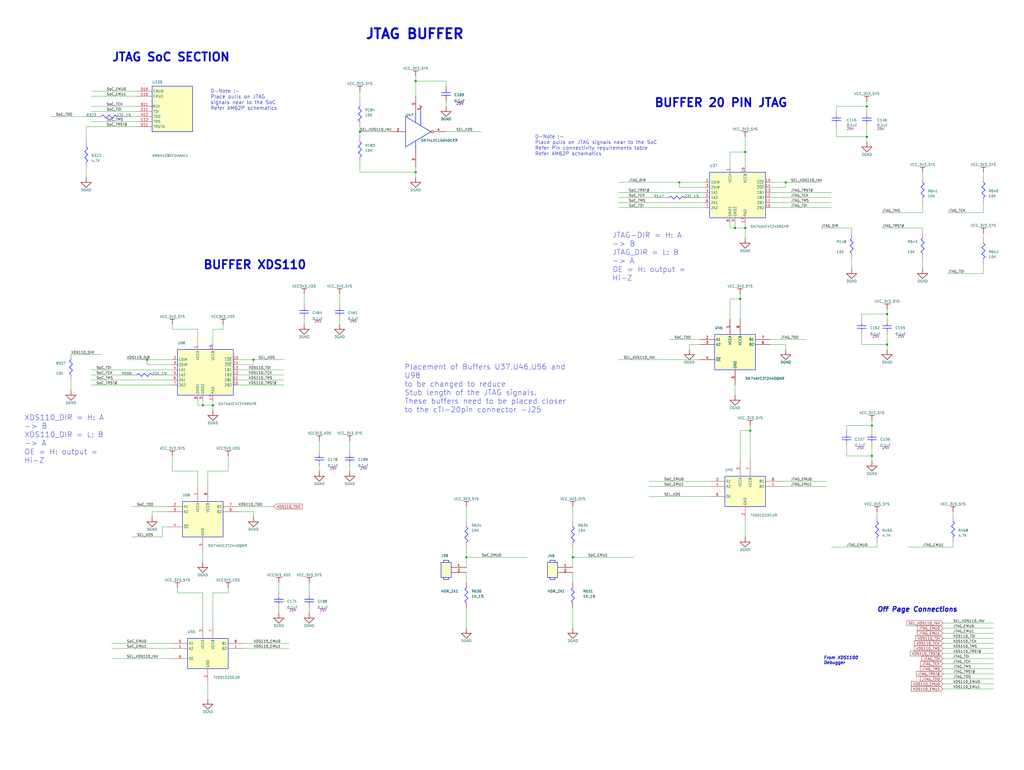
<source format=kicad_sch>
(kicad_sch (version 20231120) (generator "eeschema") (generator_version "8.0")
  (paper "User" 513.08 386.08)
  (junction (at 436.88 228.6))
  (junction (at 287.02 279.4))
  (junction (at 101.6 203.2))
  (junction (at 434.34 68.58))
  (junction (at 375.92 215.9))
  (junction (at 434.34 53.34))
  (junction (at 370.84 149.86))
  (junction (at 106.68 203.2))
  (junction (at 373.38 114.3))
  (junction (at 393.7 91.44))
  (junction (at 340.36 91.44))
  (junction (at 208.28 40.64))
  (junction (at 73.66 180.34))
  (junction (at 444.5 157.48))
  (junction (at 208.28 86.36))
  (junction (at 127 180.34))
  (junction (at 373.38 76.2))
  (junction (at 444.5 172.72))
  (junction (at 233.68 279.4))
  (junction (at 436.88 213.36))
  (junction (at 180.34 66.04))
  (junction (at 368.3 114.3))
  (no_connect (at 210.82 53.34))
  (wire (pts (xy 170.18 152.4) (xy 170.18 147.32)))
  (wire (pts (xy 208.28 88.9) (xy 208.28 86.36)))
  (wire (pts (xy 434.34 68.58) (xy 434.34 63.5)))
  (wire (pts (xy 424.18 215.9) (xy 424.18 213.36)))
  (wire (pts (xy 106.68 165.1) (xy 111.76 165.1)))
  (wire (pts (xy 444.5 160.02) (xy 444.5 157.48)))
  (wire (pts (xy 86.36 330.2) (xy 55.88 330.2)))
  (wire (pts (xy 287.02 314.96) (xy 287.02 304.8)))
  (wire (pts (xy 142.24 187.96) (xy 119.38 187.96)))
  (wire (pts (xy 497.84 337.82) (xy 472.44 337.82)))
  (wire (pts (xy 68.58 60.96) (xy 45.72 60.96)))
  (wire (pts (xy 345.44 172.72) (xy 350.52 172.72)))
  (wire (pts (xy 127 182.88) (xy 127 180.34)))
  (wire (pts (xy 434.34 55.88) (xy 434.34 53.34)))
  (wire (pts (xy 99.06 236.22) (xy 86.36 236.22)))
  (wire (pts (xy 386.08 93.98) (xy 393.7 93.98)))
  (wire (pts (xy 106.68 205.74) (xy 106.68 203.2)))
  (wire (pts (xy 434.34 68.58) (xy 419.1 68.58)))
  (wire (pts (xy 175.26 236.22) (xy 175.26 233.68)))
  (wire (pts (xy 127 180.34) (xy 142.24 180.34)))
  (wire (pts (xy 223.52 40.64) (xy 208.28 40.64)))
  (wire (pts (xy 365.76 160.02) (xy 365.76 149.86)))
  (wire (pts (xy 101.6 203.2) (xy 101.6 200.66)))
  (wire (pts (xy 414.02 243.84) (xy 391.16 243.84)))
  (wire (pts (xy 127 256.54) (xy 119.38 256.54)))
  (wire (pts (xy 68.58 48.26) (xy 45.72 48.26)))
  (wire (pts (xy 373.38 119.38) (xy 373.38 114.3)))
  (wire (pts (xy 492.76 137.16) (xy 474.98 137.16)))
  (wire (pts (xy 223.52 43.18) (xy 223.52 40.64)))
  (wire (pts (xy 142.24 193.04) (xy 119.38 193.04)))
  (wire (pts (xy 416.56 274.32) (xy 439.42 274.32)))
  (wire (pts (xy 81.28 269.24) (xy 66.04 269.24)))
  (wire (pts (xy 208.28 86.36) (xy 208.28 83.82)))
  (wire (pts (xy 355.6 243.84) (xy 325.12 243.84)))
  (wire (pts (xy 426.72 116.84) (xy 426.72 114.3)))
  (wire (pts (xy 368.3 114.3) (xy 365.76 114.3)))
  (wire (pts (xy 68.58 53.34) (xy 45.72 53.34)))
  (wire (pts (xy 86.36 182.88) (xy 73.66 182.88)))
  (wire (pts (xy 83.82 254) (xy 66.04 254)))
  (wire (pts (xy 233.68 284.48) (xy 233.68 279.4)))
  (wire (pts (xy 139.7 307.34) (xy 139.7 304.8)))
  (wire (pts (xy 386.08 91.44) (xy 393.7 91.44)))
  (wire (pts (xy 426.72 134.62) (xy 426.72 129.54)))
  (wire (pts (xy 350.52 180.34) (xy 309.88 180.34)))
  (wire (pts (xy 48.26 58.42) (xy 25.4 58.42)))
  (wire (pts (xy 154.94 297.18) (xy 154.94 292.1)))
  (wire (pts (xy 152.4 162.56) (xy 152.4 160.02)))
  (wire (pts (xy 287.02 287.02) (xy 287.02 292.1)))
  (wire (pts (xy 365.76 114.3) (xy 365.76 111.76)))
  (wire (pts (xy 106.68 312.42) (xy 106.68 297.18)))
  (wire (pts (xy 106.68 297.18) (xy 114.3 297.18)))
  (wire (pts (xy 355.6 248.92) (xy 325.12 248.92)))
  (wire (pts (xy 373.38 76.2) (xy 373.38 68.58)))
  (wire (pts (xy 106.68 203.2) (xy 106.68 200.66)))
  (wire (pts (xy 144.78 322.58) (xy 121.92 322.58)))
  (wire (pts (xy 365.76 149.86) (xy 370.84 149.86)))
  (wire (pts (xy 353.06 99.06) (xy 345.44 99.06)))
  (wire (pts (xy 142.24 185.42) (xy 119.38 185.42)))
  (wire (pts (xy 426.72 114.3) (xy 411.48 114.3)))
  (wire (pts (xy 441.96 114.3) (xy 462.28 114.3)))
  (wire (pts (xy 497.84 314.96) (xy 472.44 314.96)))
  (wire (pts (xy 35.56 195.58) (xy 35.56 190.5)))
  (wire (pts (xy 233.68 279.4) (xy 233.68 274.32)))
  (wire (pts (xy 477.52 274.32) (xy 477.52 271.78)))
  (wire (pts (xy 86.36 190.5) (xy 45.72 190.5)))
  (wire (pts (xy 83.82 256.54) (xy 76.2 256.54)))
  (wire (pts (xy 86.36 322.58) (xy 55.88 322.58)))
  (wire (pts (xy 436.88 231.14) (xy 436.88 228.6)))
  (wire (pts (xy 497.84 322.58) (xy 472.44 322.58)))
  (wire (pts (xy 73.66 180.34) (xy 86.36 180.34)))
  (wire (pts (xy 431.8 160.02) (xy 431.8 157.48)))
  (wire (pts (xy 50.8 177.8) (xy 35.56 177.8)))
  (wire (pts (xy 160.02 236.22) (xy 160.02 233.68)))
  (wire (pts (xy 436.88 228.6) (xy 436.88 223.52)))
  (wire (pts (xy 454.66 274.32) (xy 477.52 274.32)))
  (wire (pts (xy 424.18 228.6) (xy 424.18 223.52)))
  (wire (pts (xy 106.68 203.2) (xy 101.6 203.2)))
  (wire (pts (xy 444.5 172.72) (xy 431.8 172.72)))
  (wire (pts (xy 86.36 325.12) (xy 55.88 325.12)))
  (wire (pts (xy 106.68 172.72) (xy 106.68 165.1)))
  (wire (pts (xy 233.68 287.02) (xy 233.68 292.1)))
  (wire (pts (xy 353.06 101.6) (xy 309.88 101.6)))
  (wire (pts (xy 160.02 226.06) (xy 160.02 220.98)))
  (wire (pts (xy 492.76 101.6) (xy 492.76 106.68)))
  (wire (pts (xy 436.88 215.9) (xy 436.88 213.36)))
  (wire (pts (xy 462.28 134.62) (xy 462.28 129.54)))
  (wire (pts (xy 373.38 114.3) (xy 368.3 114.3)))
  (wire (pts (xy 114.3 236.22) (xy 114.3 228.6)))
  (wire (pts (xy 180.34 86.36) (xy 180.34 81.28)))
  (wire (pts (xy 497.84 345.44) (xy 472.44 345.44)))
  (wire (pts (xy 208.28 86.36) (xy 180.34 86.36)))
  (wire (pts (xy 86.36 236.22) (xy 86.36 228.6)))
  (wire (pts (xy 373.38 83.82) (xy 373.38 76.2)))
  (wire (pts (xy 180.34 50.8) (xy 180.34 45.72)))
  (wire (pts (xy 88.9 297.18) (xy 88.9 294.64)))
  (wire (pts (xy 462.28 106.68) (xy 441.96 106.68)))
  (wire (pts (xy 497.84 325.12) (xy 472.44 325.12)))
  (wire (pts (xy 477.52 259.08) (xy 477.52 256.54)))
  (wire (pts (xy 439.42 274.32) (xy 439.42 271.78)))
  (wire (pts (xy 264.16 279.4) (xy 233.68 279.4)))
  (wire (pts (xy 497.84 320.04) (xy 472.44 320.04)))
  (wire (pts (xy 431.8 172.72) (xy 431.8 167.64)))
  (wire (pts (xy 111.76 165.1) (xy 111.76 162.56)))
  (wire (pts (xy 101.6 312.42) (xy 101.6 297.18)))
  (wire (pts (xy 436.88 228.6) (xy 424.18 228.6)))
  (wire (pts (xy 154.94 307.34) (xy 154.94 304.8)))
  (wire (pts (xy 497.84 312.42) (xy 472.44 312.42)))
  (wire (pts (xy 86.36 193.04) (xy 45.72 193.04)))
  (wire (pts (xy 68.58 58.42) (xy 60.96 58.42)))
  (wire (pts (xy 492.76 132.08) (xy 492.76 137.16)))
  (wire (pts (xy 287.02 284.48) (xy 287.02 279.4)))
  (wire (pts (xy 492.76 119.38) (xy 492.76 116.84)))
  (wire (pts (xy 104.14 243.84) (xy 104.14 236.22)))
  (wire (pts (xy 370.84 160.02) (xy 370.84 149.86)))
  (wire (pts (xy 424.18 213.36) (xy 436.88 213.36)))
  (wire (pts (xy 373.38 269.24) (xy 373.38 261.62)))
  (wire (pts (xy 43.18 88.9) (xy 43.18 83.82)))
  (wire (pts (xy 101.6 297.18) (xy 88.9 297.18)))
  (wire (pts (xy 393.7 93.98) (xy 393.7 91.44)))
  (wire (pts (xy 170.18 162.56) (xy 170.18 160.02)))
  (wire (pts (xy 373.38 114.3) (xy 373.38 111.76)))
  (wire (pts (xy 416.56 96.52) (xy 386.08 96.52)))
  (wire (pts (xy 104.14 236.22) (xy 114.3 236.22)))
  (wire (pts (xy 353.06 96.52) (xy 309.88 96.52)))
  (wire (pts (xy 119.38 180.34) (xy 127 180.34)))
  (wire (pts (xy 439.42 259.08) (xy 439.42 256.54)))
  (wire (pts (xy 83.82 264.16) (xy 81.28 264.16)))
  (wire (pts (xy 86.36 187.96) (xy 78.74 187.96)))
  (wire (pts (xy 127 259.08) (xy 127 256.54)))
  (wire (pts (xy 137.16 254) (xy 119.38 254)))
  (wire (pts (xy 101.6 203.2) (xy 99.06 203.2)))
  (wire (pts (xy 497.84 330.2) (xy 472.44 330.2)))
  (wire (pts (xy 434.34 71.12) (xy 434.34 68.58)))
  (wire (pts (xy 99.06 203.2) (xy 99.06 200.66)))
  (wire (pts (xy 444.5 172.72) (xy 444.5 167.64)))
  (wire (pts (xy 492.76 106.68) (xy 474.98 106.68)))
  (wire (pts (xy 175.26 226.06) (xy 175.26 220.98)))
  (wire (pts (xy 419.1 68.58) (xy 419.1 63.5)))
  (wire (pts (xy 233.68 304.8) (xy 233.68 314.96)))
  (wire (pts (xy 462.28 101.6) (xy 462.28 106.68)))
  (wire (pts (xy 497.84 342.9) (xy 472.44 342.9)))
  (wire (pts (xy 368.3 198.12) (xy 368.3 193.04)))
  (wire (pts (xy 139.7 297.18) (xy 139.7 292.1)))
  (wire (pts (xy 99.06 172.72) (xy 99.06 165.1)))
  (wire (pts (xy 353.06 104.14) (xy 309.88 104.14)))
  (wire (pts (xy 76.2 256.54) (xy 76.2 259.08)))
  (wire (pts (xy 73.66 182.88) (xy 73.66 180.34)))
  (wire (pts (xy 195.58 66.04) (xy 180.34 66.04)))
  (wire (pts (xy 375.92 231.14) (xy 375.92 215.9)))
  (wire (pts (xy 81.28 264.16) (xy 81.28 269.24)))
  (wire (pts (xy 180.34 66.04) (xy 180.34 63.5)))
  (wire (pts (xy 416.56 101.6) (xy 386.08 101.6)))
  (wire (pts (xy 332.74 99.06) (xy 309.88 99.06)))
  (wire (pts (xy 462.28 114.3) (xy 462.28 116.84)))
  (wire (pts (xy 497.84 332.74) (xy 472.44 332.74)))
  (wire (pts (xy 431.8 157.48) (xy 444.5 157.48)))
  (wire (pts (xy 104.14 350.52) (xy 104.14 342.9)))
  (wire (pts (xy 436.88 213.36) (xy 436.88 210.82)))
  (wire (pts (xy 345.44 175.26) (xy 345.44 172.72)))
  (wire (pts (xy 86.36 185.42) (xy 45.72 185.42)))
  (wire (pts (xy 43.18 63.5) (xy 68.58 63.5)))
  (wire (pts (xy 492.76 88.9) (xy 492.76 86.36)))
  (wire (pts (xy 370.84 231.14) (xy 370.84 215.9)))
  (wire (pts (xy 63.5 180.34) (xy 73.66 180.34)))
  (wire (pts (xy 497.84 340.36) (xy 472.44 340.36)))
  (wire (pts (xy 223.52 53.34) (xy 223.52 50.8)))
  (wire (pts (xy 99.06 243.84) (xy 99.06 236.22)))
  (wire (pts (xy 370.84 215.9) (xy 375.92 215.9)))
  (wire (pts (xy 68.58 55.88) (xy 45.72 55.88)))
  (wire (pts (xy 114.3 297.18) (xy 114.3 294.64)))
  (wire (pts (xy 368.3 114.3) (xy 368.3 111.76)))
  (wire (pts (xy 497.84 317.5) (xy 472.44 317.5)))
  (wire (pts (xy 340.36 93.98) (xy 340.36 91.44)))
  (wire (pts (xy 101.6 281.94) (xy 101.6 276.86)))
  (wire (pts (xy 152.4 152.4) (xy 152.4 147.32)))
  (wire (pts (xy 393.7 91.44) (xy 411.48 91.44)))
  (wire (pts (xy 43.18 71.12) (xy 43.18 63.5)))
  (wire (pts (xy 365.76 76.2) (xy 365.76 83.82)))
  (wire (pts (xy 317.5 279.4) (xy 287.02 279.4)))
  (wire (pts (xy 142.24 190.5) (xy 119.38 190.5)))
  (wire (pts (xy 86.36 165.1) (xy 86.36 162.56)))
  (wire (pts (xy 403.86 170.18) (xy 386.08 170.18)))
  (wire (pts (xy 416.56 104.14) (xy 386.08 104.14)))
  (wire (pts (xy 350.52 170.18) (xy 335.28 170.18)))
  (wire (pts (xy 419.1 53.34) (xy 434.34 53.34)))
  (wire (pts (xy 375.92 215.9) (xy 375.92 213.36)))
  (wire (pts (xy 434.34 53.34) (xy 434.34 50.8)))
  (wire (pts (xy 119.38 182.88) (xy 127 182.88)))
  (wire (pts (xy 66.04 187.96) (xy 45.72 187.96)))
  (wire (pts (xy 340.36 91.44) (xy 353.06 91.44)))
  (wire (pts (xy 144.78 325.12) (xy 121.92 325.12)))
  (wire (pts (xy 208.28 40.64) (xy 208.28 38.1)))
  (wire (pts (xy 393.7 172.72) (xy 386.08 172.72)))
  (wire (pts (xy 497.84 335.28) (xy 472.44 335.28)))
  (wire (pts (xy 444.5 157.48) (xy 444.5 154.94)))
  (wire (pts (xy 287.02 261.62) (xy 287.02 254)))
  (wire (pts (xy 180.34 68.58) (xy 180.34 66.04)))
  (wire (pts (xy 414.02 241.3) (xy 391.16 241.3)))
  (wire (pts (xy 416.56 99.06) (xy 386.08 99.06)))
  (wire (pts (xy 393.7 175.26) (xy 393.7 172.72)))
  (wire (pts (xy 241.3 66.04) (xy 223.52 66.04)))
  (wire (pts (xy 370.84 149.86) (xy 370.84 147.32)))
  (wire (pts (xy 497.84 327.66) (xy 472.44 327.66)))
  (wire (pts (xy 233.68 261.62) (xy 233.68 254)))
  (wire (pts (xy 309.88 91.44) (xy 340.36 91.44)))
  (wire (pts (xy 68.58 45.72) (xy 45.72 45.72)))
  (wire (pts (xy 462.28 88.9) (xy 462.28 86.36)))
  (wire (pts (xy 99.06 165.1) (xy 86.36 165.1)))
  (wire (pts (xy 444.5 175.26) (xy 444.5 172.72)))
  (wire (pts (xy 373.38 76.2) (xy 365.76 76.2)))
  (wire (pts (xy 355.6 241.3) (xy 325.12 241.3)))
  (wire (pts (xy 419.1 55.88) (xy 419.1 53.34)))
  (wire (pts (xy 208.28 48.26) (xy 208.28 40.64)))
  (wire (pts (xy 353.06 93.98) (xy 340.36 93.98)))
  (wire (pts (xy 287.02 279.4) (xy 287.02 274.32)))
  (text_box "JTAG-DIR = H: A -> B\nJTAG_DIR = L: B -> A\nOE = H: output = Hi-Z" (at 350.52 130.302 0) (size -45.72 -16.002) (stroke (width -0.0001) (color 0 0 0 1)) (effects (font (size 2.667 2.667)) (justify left top)))
  (text_box "XDS110_DIR = H: A -> B\nXDS110_DIR = L: B -> A\nOE = H: output = Hi-Z" (at 59.69 221.742 0) (size -49.53 -16.002) (stroke (width -0.0001) (color 0 0 0 1)) (effects (font (size 2.667 2.667)) (justify left top)))
  (text_box "D-Note :-\nPlace pulls on JTAG signals near to the SoC\nRefer Pin connectivity requirements table \nRefer AM62P schematics" (at 355.092 80.264 0) (size -88.392 -14.224) (stroke (width -0.0001) (color 0 0 0 1)) (effects (font (size 1.778 1.778)) (justify left top)))
  (text_box "Placement of Buffers U37,U46,U56 and U98\nto be changed to reduce \nStub length of the JTAG signals. \nThese buffers need to be placed closer\nto the cTI-20pin connector -J25" (at 293.878 207.01 0) (size -93.218 -26.67) (stroke (width -0.0001) (color 0 0 0 1)) (effects (font (size 2.667 2.667)) (justify left top)))
  (text_box "D-Note :-\nPlace pulls on JTAG\nsignals near to the SoC\nRefer AM62P schematics" (at 151.892 57.404 0) (size -47.752 -14.224) (stroke (width -0.0001) (color 0 0 0 1)) (effects (font (size 1.778 1.778)) (justify left top)))
  (text_box "From XDS1100\nDebugger" (at 433.578 333.756 0) (size -22.098 -6.096) (stroke (width -0.0001) (color 0 0 0 1)) (effects (font (size 1.524 1.524) (bold yes) (italic yes)) (justify left top)))
  (text "BUFFER XDS110" (at 101.6 135.382 0) (effects (font (size 4.191 4.191) (bold yes)) (justify left bottom)))
  (text "JTAG SoC SECTION" (at 55.88 31.242 0) (effects (font (size 4.191 4.191) (bold yes)) (justify left bottom)))
  (text "Off Page Connections" (at 439.42 307.086 0) (effects (font (size 2.413 2.413) (bold yes) (italic yes)) (justify left bottom)))
  (text "BUFFER 20 PIN JTAG" (at 327.66 54.102 0) (effects (font (size 4.191 4.191) (bold yes)) (justify left bottom)))
  (text "JTAG BUFFER" (at 182.88 20.066 0) (effects (font (size 4.953 4.953) (bold yes)) (justify left bottom)))
  (label "SoC_EMU0" (at 63.5 322.58 0))
  (label "JTAG_EMU1" (at 477.52 317.5 0))
  (label "JTAG_TMS" (at 396.24 101.6 0))
  (label "SoC_TDI" (at 53.34 55.88 0))
  (label "XDS110_EMU1" (at 477.52 345.44 0))
  (label "SoC_EMU1" (at 294.64 279.4 0))
  (label "JTAG_EMU1" (at 462.28 274.32 0))
  (label "XDS110_TMS" (at 477.52 325.12 0))
  (label "SoC_TCK" (at 314.96 99.06 0))
  (label "JTAG_DIR" (at 314.96 91.44 0))
  (label "XDS110_DIR" (at 35.56 177.8 0))
  (label "XDS110_TRST#" (at 124.46 193.04 0))
  (label "JTAG_TDO" (at 391.16 170.18 0))
  (label "XDS110_TDI" (at 124.46 185.42 0))
  (label "JTAG_TDI" (at 477.52 330.2 0))
  (label "JTAG_TCK" (at 474.98 106.68 0))
  (label "XDS110_TMS" (at 124.46 190.5 0))
  (label "XDS110_EMU0" (at 477.52 342.9 0))
  (label "XDS110_DIR" (at 63.5 180.34 0))
  (label "JTAG_TRST#" (at 477.52 337.82 0))
  (label "XDS110_TCK" (at 124.46 187.96 0))
  (label "JTAG_TMS" (at 441.96 106.68 0))
  (label "SoC_EMU0" (at 332.74 241.3 0))
  (label "SoC_TDO" (at 337.82 170.18 0))
  (label "JTAG_TDI" (at 396.24 104.14 0))
  (label "XDS110_TDO" (at 119.38 254 0))
  (label "SEL_XDS" (at 68.58 269.24 0))
  (label "XDS110_TCK" (at 477.52 322.58 0))
  (label "SoC_EMU0" (at 53.34 45.72 0))
  (label "SoC_TCK" (at 53.34 53.34 0))
  (label "SEL_XDS110_INV" (at 63.5 330.2 0))
  (label "XDS110_EMU1" (at 127 325.12 0))
  (label "SEL_XDS110_INV" (at 396.24 91.44 0))
  (label "JTAG_TMS" (at 477.52 335.28 0))
  (label "SoC_TDI" (at 314.96 104.14 0))
  (label "SoC_TRST#" (at 53.34 63.5 0))
  (label "SoC_EMU0" (at 241.3 279.4 0))
  (label "SoC_TRST#" (at 314.96 96.52 0))
  (label "JTAG_EMU0" (at 396.24 241.3 0))
  (label "SoC_TRST#" (at 48.26 193.04 0))
  (label "SoC_TMS" (at 314.96 101.6 0))
  (label "SEL_XDS110_INV" (at 312.42 180.34 0))
  (label "SoC_TMS" (at 48.26 190.5 0))
  (label "XDS110_TRST#" (at 477.52 327.66 0))
  (label "SEL_XDS" (at 129.54 180.34 0))
  (label "JTAG_TDI" (at 474.98 137.16 0))
  (label "JTAG_TCK" (at 396.24 99.06 0))
  (label "SoC_TDI" (at 48.26 185.42 0))
  (label "SEL_XDS110_INV" (at 180.34 66.04 0))
  (label "SEL_XDS110_INV" (at 477.52 312.42 0))
  (label "SEL_XDS" (at 332.74 248.92 0))
  (label "JTAG_TCK" (at 477.52 332.74 0))
  (label "JTAG_TRST#" (at 441.96 114.3 0))
  (label "JTAG_TRST#" (at 396.24 96.52 0))
  (label "JTAG_EMU1" (at 396.24 243.84 0))
  (label "SoC_TDO" (at 68.58 254 0))
  (label "SoC_TMS" (at 53.34 60.96 0))
  (label "JTAG_EMU0" (at 424.18 274.32 0))
  (label "SoC_EMU1" (at 63.5 325.12 0))
  (label "SoC_TDO" (at 27.94 58.42 0))
  (label "XDS110_EMU0" (at 127 322.58 0))
  (label "JTAG_EMU0" (at 477.52 314.96 0))
  (label "SoC_EMU1" (at 332.74 243.84 0))
  (label "JTAG_DIR" (at 411.48 114.3 0))
  (label "SoC_TCK" (at 48.26 187.96 0))
  (label "XDS110_TDI" (at 477.52 320.04 0))
  (label "SoC_EMU1" (at 53.34 48.26 0))
  (label "JTAG_TDO" (at 477.52 340.36 0))
  (label "SEL_XDS" (at 228.6 66.04 0))
  (global_label "XDS110_TDI" (shape input) (at 472.44 320.04 180) (property "Intersheetrefs" "${INTERSHEET_REFS}" (effects (hide yes))))
  (global_label "JTAG_TMS" (shape input) (at 472.44 335.28 180) (property "Intersheetrefs" "${INTERSHEET_REFS}" (effects (hide yes))))
  (global_label "JTAG_TDI" (shape input) (at 472.44 330.2 180) (property "Intersheetrefs" "${INTERSHEET_REFS}" (effects (hide yes))))
  (global_label "JTAG_EMU1" (shape input) (at 472.44 317.5 180) (property "Intersheetrefs" "${INTERSHEET_REFS}" (effects (hide yes))))
  (global_label "XDS110_EMU1" (shape input) (at 472.44 345.44 180) (property "Intersheetrefs" "${INTERSHEET_REFS}" (effects (hide yes))))
  (global_label "JTAG_TRST#" (shape input) (at 472.44 337.82 180) (property "Intersheetrefs" "${INTERSHEET_REFS}" (effects (hide yes))))
  (global_label "JTAG_TCK" (shape input) (at 472.44 332.74 180) (property "Intersheetrefs" "${INTERSHEET_REFS}" (effects (hide yes))))
  (global_label "JTAG_EMU0" (shape input) (at 472.44 314.96 180) (property "Intersheetrefs" "${INTERSHEET_REFS}" (effects (hide yes))))
  (global_label "XDS110_TCK" (shape input) (at 472.44 322.58 180) (property "Intersheetrefs" "${INTERSHEET_REFS}" (effects (hide yes))))
  (global_label "SEL_XDS110_INV" (shape input) (at 472.44 312.42 180) (property "Intersheetrefs" "${INTERSHEET_REFS}" (effects (hide yes))))
  (global_label "XDS110_TDO" (shape input) (at 137.16 254 0) (property "Intersheetrefs" "${INTERSHEET_REFS}" (effects (hide yes))))
  (global_label "XDS110_TRST#" (shape input) (at 472.44 327.66 180) (property "Intersheetrefs" "${INTERSHEET_REFS}" (effects (hide yes))))
  (global_label "XDS110_EMU0" (shape input) (at 472.44 342.9 180) (property "Intersheetrefs" "${INTERSHEET_REFS}" (effects (hide yes))))
  (global_label "XDS110_TMS" (shape input) (at 472.44 325.12 180) (property "Intersheetrefs" "${INTERSHEET_REFS}" (effects (hide yes))))
  (global_label "JTAG_TDO" (shape input) (at 472.44 340.36 180) (property "Intersheetrefs" "${INTERSHEET_REFS}" (effects (hide yes))))
  (symbol (lib_id "23-altium-import:root_0_RESISTOR_Dup6") (at 284.48 264.16 0) (unit 1)
    (property "Reference" "R635" (at 289.56 264.16 0) (effects (justify left bottom)))
    (property "Value" "10K" (at 289.56 266.7 0) (effects (justify left bottom)))
    (property "Footprint" "RES0402_0-5" (effects (hide yes)))
    (property "Description" "RES 10K 1/16W 5% 0402" (effects (hide yes)))
    (property "PCB FOOTPRINT" "RES0402_0-5" (effects (hide yes)))
    (property "MISTRAL PART NO" "110011060021-R" (effects (hide yes)))
    (property "PROJECT" "HSE" (effects (hide yes)))
    (property "MFR_NAME" "YAGEO AMERICA" (effects (hide yes)))
    (property "MFR_PART_NUMBER" "RC0402JR-0710KL" (effects (hide yes)))
    (property "PART_TYPE" "RESISTOR~{S}FIXED" (effects (hide yes)))
    (property "TOLERANCE" "5%" (effects (hide yes)))
    (property "VOLTAGE" "NA" (effects (hide yes)))
    (property "WATTAGE" "1/16W" (effects (hide yes)))
    (property "PACKAGE" "0402" (effects (hide yes)))
    (property "DISTRIBUTOR_NAME" "DIGIKEY" (effects (hide yes)))
    (property "DISTRIBUTOR_PART_NUMBER" "311-10KJRCT-ND" (effects (hide yes)))
    (property "HEIGHT" "0.40MM" (effects (hide yes)))
    (property "WEIGHT" "0.65mg" (effects (hide yes)))
    (property "TEMPERATURE" "-55癈+155癈" (effects (hide yes)))
    (property "DATASHEET" "Y~{:}MIS_DATABAS~{E}DATASHEET~{S}RESISTOR~{S}RCXXXXL-SER_MAR18.PDF" (effects (hide yes)))
    (property "CRTD /DATE" "MAZHAR/230805" (effects (hide yes)))
    (property "CHKD/DATE" "VASANTHA/061216" (effects (hide yes)))
    (property "CUSTOMS_HS_CODE" "85332119" (effects (hide yes)))
    (property "CUSTOM_DUTY" "15%" (effects (hide yes)))
    (property "MECHANICAL 3D STEP FILE" "RES0402_0-5" (effects (hide yes)))
    (property "LIBRARY REF" "RESISTOR" (effects (hide yes)))
    (property "FOOTPRINT REF" "RES0402_0-5" (effects (hide yes)))
    (property "LIBRARY PATH" "Y~{:}MIS_DATABAS~{E}Librar~{y}ALTIUM_TOO~{L}SCHEMATICS_PART~{S}MS_DISCRETE_Library.schlib" (effects (hide yes)))
    (property "FOOTPRINT PATH" "Y~{:}MIS_DATABAS~{E}Librar~{y}ALTIUM_TOO~{L}PCB_FOOTPRINT~{S}Altium_Footprint_Lib.PcbLib" (effects (hide yes)))
  )
  (symbol (lib_id "23-altium-import:DGND_SIGNAL_GROUND") (at 160.02 236.22 0) (unit 1)
    (property "Reference" "#PWR?" (effects (hide yes)))
    (property "Value" "DGND" (at 160.02 242.57 0))
  )
  (symbol (lib_id "23-altium-import:VCC_3V3_SYS_BAR") (at 175.26 220.98 180) (unit 1)
    (property "Reference" "#PWR?" (effects (hide yes)))
    (property "Value" "VCC_3V3_SYS" (at 175.26 217.17 0))
  )
  (symbol (lib_id "23-altium-import:DGND_SIGNAL_GROUND") (at 35.56 195.58 0) (unit 1)
    (property "Reference" "#PWR?" (effects (hide yes)))
    (property "Value" "DGND" (at 35.56 201.93 0))
  )
  (symbol (lib_id "23-altium-import:DGND_SIGNAL_GROUND") (at 139.7 307.34 0) (unit 1)
    (property "Reference" "#PWR?" (effects (hide yes)))
    (property "Value" "DGND" (at 139.7 313.69 0))
  )
  (symbol (lib_id "23-altium-import:root_2_CAP_Dup3") (at 447.04 165.1 0) (unit 1)
    (property "Reference" "C155" (at 448.564 165.1 0) (effects (justify left bottom)))
    (property "Value" "0.1uF" (at 448.564 168.148 0) (effects (justify left bottom)))
    (property "Footprint" "CAP0402_0-75" (effects (hide yes)))
    (property "Description" "CAP CERAMIC 0.1uF 25V 20% X5R 0402" (effects (hide yes)))
    (property "ALT_MFR_PART_NUMBER" "CC0402KRX5R8BB104" (effects (hide yes)))
    (property "MISTRAL PART NO" "120020080003-R" (effects (hide yes)))
    (property "PROJECT" "AM64x_EVM_BRD" (effects (hide yes)))
    (property "MFR_NAME" "WURTH ELECTRONICS" (effects (hide yes)))
    (property "MFR_PART_NUMBER" "885012105018" (effects (hide yes)))
    (property "PART_TYPE" "CAPACITOR~{S}CERAMIC" (effects (hide yes)))
    (property "TOLERANCE" "20%" (effects (hide yes)))
    (property "VOLTAGE" "25V" (at 449.58 169.418 0) (effects (justify left bottom)))
    (property "WATTAGE" "NA" (effects (hide yes)))
    (property "PACKAGE" "0402" (effects (hide yes)))
    (property "DISTRIBUTOR_NAME" "DIGIKEY" (effects (hide yes)))
    (property "DISTRIBUTOR_PART_NUMBER" "732-7495-1-ND" (effects (hide yes)))
    (property "HEIGHT" "0.55MM" (effects (hide yes)))
    (property "WEIGHT" "0.65mg" (effects (hide yes)))
    (property "TEMPERATURE" "-55癈+85癈" (effects (hide yes)))
    (property "DATASHEET" "Y~{:}MIS_DATABAS~{E}DATASHEET~{S}CAPACITOR~{S}885012105018.PDF" (effects (hide yes)))
    (property "CRTD /DATE" "ALVY/170820" (effects (hide yes)))
    (property "CHKD/DATE" "MANIRAJA/170820" (effects (hide yes)))
    (property "CUSTOMS_HS_CODE" "85322990" (effects (hide yes)))
    (property "CUSTOM_DUTY" "15%" (effects (hide yes)))
    (property "MECHANICAL 3D STEP FILE" "CAP0402_0-75" (effects (hide yes)))
    (property "LIBRARY REF" "CAP" (effects (hide yes)))
    (property "FOOTPRINT REF" "CAP0402_0-75" (effects (hide yes)))
    (property "LIBRARY PATH" "Y~{:}MIS_DATABAS~{E}Librar~{y}ALTIUM_TOO~{L}SCHEMATICS_PART~{S}MS_DISCRETE_Library.schlib" (effects (hide yes)))
    (property "FOOTPRINT PATH" "Y~{:}MIS_DATABAS~{E}Librar~{y}ALTIUM_TOO~{L}PCB_FOOTPRINT~{S}Altium_Footprint_Lib.PcbLib" (effects (hide yes)))
    (property "ALT_MFR_NAME" "YAGEO AMERICA" (effects (hide yes)))
    (property "PCB FOOTPRINT" "CAP0402_0-75" (effects (hide yes)))
  )
  (symbol (lib_id "23-altium-import:DGND_SIGNAL_GROUND") (at 175.26 236.22 0) (unit 1)
    (property "Reference" "#PWR?" (effects (hide yes)))
    (property "Value" "DGND" (at 175.26 242.57 0))
  )
  (symbol (lib_id "23-altium-import:root_0_SN74AVC2T244DQMR_X2SON8") (at 91.44 251.46 0) (unit 1)
    (property "Reference" "U56" (at 91.44 248.92 0) (effects (justify left bottom)))
    (property "Value" "SN74AVC2T244DQMR" (at 104.14 274.32 0) (effects (justify left bottom)))
    (property "Footprint" "X2SON8_15-74_70X50" (effects (hide yes)))
    (property "Description" "IC 2-BIT UNDIRECTIONAL VOLTAGE-LEVEL TRANSLATOR X2SON8" (effects (hide yes)))
    (property "PCB FOOTPRINT" "X2SON8_15-74_70X50" (effects (hide yes)))
    (property "CUSTOMS_HS_CODE" "15%" (effects (hide yes)))
    (property "PB-FREE" "85423100" (effects (hide yes)))
    (property "CHKD/DATE" "VASANTHA/060516" (effects (hide yes)))
    (property "CRTD /DATE" "VASANTHA/030316" (effects (hide yes)))
    (property "DATASHEET" "Y~{:}MIS_DATABAS~{E}DATASHEET~{S}IC~{S}INTERFAC~{E}SN74AVC2T244.PDF" (effects (hide yes)))
    (property "TEMPERATURE" "-40癈+85癈" (effects (hide yes)))
    (property "WEIGHT" "NA" (effects (hide yes)))
    (property "HEIGHT" "0.40MM" (effects (hide yes)))
    (property "DISTRIBUTOR_PART_NUMBER" "296-29674-1-ND" (effects (hide yes)))
    (property "DISTRIBUTOR_NAME" "DIGIKEY" (effects (hide yes)))
    (property "PACKAGE" "X2SON8" (effects (hide yes)))
    (property "WATTAGE" "NA" (effects (hide yes)))
    (property "VOLTAGE" "NA" (effects (hide yes)))
    (property "TOLERANCE" "NA" (effects (hide yes)))
    (property "PART_TYPE" "IC~{S}INTERFAC~{E}LEVEL TRANSLATOR" (effects (hide yes)))
    (property "MFR_PART_NUMBER" "SN74AVC2T244DQMR" (effects (hide yes)))
    (property "MFR_NAME" "TEXAS INSTRUMENTS" (effects (hide yes)))
    (property "PROJECT" "OCTASIC_3600" (effects (hide yes)))
    (property "MISTRAL PART NO" "141016030002-R" (effects (hide yes)))
    (property "LIBRARY REF" "SN74AVC2T244DQMR_X2SON8" (effects (hide yes)))
  )
  (symbol (lib_id "23-altium-import:root_0_RESISTOR_Dup6") (at 231.14 264.16 0) (unit 1)
    (property "Reference" "R634" (at 236.22 264.16 0) (effects (justify left bottom)))
    (property "Value" "10K" (at 236.22 266.7 0) (effects (justify left bottom)))
    (property "Footprint" "RES0402_0-5" (effects (hide yes)))
    (property "Description" "RES 10K 1/16W 5% 0402" (effects (hide yes)))
    (property "PCB FOOTPRINT" "RES0402_0-5" (effects (hide yes)))
    (property "MISTRAL PART NO" "110011060021-R" (effects (hide yes)))
    (property "PROJECT" "HSE" (effects (hide yes)))
    (property "MFR_NAME" "YAGEO AMERICA" (effects (hide yes)))
    (property "MFR_PART_NUMBER" "RC0402JR-0710KL" (effects (hide yes)))
    (property "PART_TYPE" "RESISTOR~{S}FIXED" (effects (hide yes)))
    (property "TOLERANCE" "5%" (effects (hide yes)))
    (property "VOLTAGE" "NA" (effects (hide yes)))
    (property "WATTAGE" "1/16W" (effects (hide yes)))
    (property "PACKAGE" "0402" (effects (hide yes)))
    (property "DISTRIBUTOR_NAME" "DIGIKEY" (effects (hide yes)))
    (property "DISTRIBUTOR_PART_NUMBER" "311-10KJRCT-ND" (effects (hide yes)))
    (property "HEIGHT" "0.40MM" (effects (hide yes)))
    (property "WEIGHT" "0.65mg" (effects (hide yes)))
    (property "TEMPERATURE" "-55癈+155癈" (effects (hide yes)))
    (property "DATASHEET" "Y~{:}MIS_DATABAS~{E}DATASHEET~{S}RESISTOR~{S}RCXXXXL-SER_MAR18.PDF" (effects (hide yes)))
    (property "CRTD /DATE" "MAZHAR/230805" (effects (hide yes)))
    (property "CHKD/DATE" "VASANTHA/061216" (effects (hide yes)))
    (property "CUSTOMS_HS_CODE" "85332119" (effects (hide yes)))
    (property "CUSTOM_DUTY" "15%" (effects (hide yes)))
    (property "MECHANICAL 3D STEP FILE" "RES0402_0-5" (effects (hide yes)))
    (property "LIBRARY REF" "RESISTOR" (effects (hide yes)))
    (property "FOOTPRINT REF" "RES0402_0-5" (effects (hide yes)))
    (property "LIBRARY PATH" "Y~{:}MIS_DATABAS~{E}Librar~{y}ALTIUM_TOO~{L}SCHEMATICS_PART~{S}MS_DISCRETE_Library.schlib" (effects (hide yes)))
    (property "FOOTPRINT PATH" "Y~{:}MIS_DATABAS~{E}Librar~{y}ALTIUM_TOO~{L}PCB_FOOTPRINT~{S}Altium_Footprint_Lib.PcbLib" (effects (hide yes)))
  )
  (symbol (lib_id "23-altium-import:root_0_RESISTOR_Dup4") (at 40.64 73.66 0) (unit 1)
    (property "Reference" "R322" (at 45.72 78.74 0) (effects (justify left bottom)))
    (property "Value" "4.7K" (at 45.72 81.28 0) (effects (justify left bottom)))
    (property "Footprint" "RES0402_0-5" (effects (hide yes)))
    (property "Description" "RES 4.7K 1/16W 5% 0402" (effects (hide yes)))
    (property "MISTRAL PART NO" "110011060001-R" (effects (hide yes)))
    (property "PROJECT" "TMDXCSK368" (effects (hide yes)))
    (property "MFR_NAME" "YAGEO AMERICA" (effects (hide yes)))
    (property "MFR_PART_NUMBER" "RC0402JR-074K7L" (effects (hide yes)))
    (property "PART_TYPE" "RESISTOR~{S}FIXED" (effects (hide yes)))
    (property "TOLERANCE" "5%" (effects (hide yes)))
    (property "VOLTAGE" "NA" (effects (hide yes)))
    (property "WATTAGE" "1/16W" (effects (hide yes)))
    (property "PACKAGE" "0402" (effects (hide yes)))
    (property "DISTRIBUTOR_NAME" "DIGIKEY" (effects (hide yes)))
    (property "DISTRIBUTOR_PART_NUMBER" "311-4.7KJRCT-ND" (effects (hide yes)))
    (property "HEIGHT" "0.40MM" (effects (hide yes)))
    (property "WEIGHT" "0.65mg" (effects (hide yes)))
    (property "TEMPERATURE" "-55癈+155癈" (effects (hide yes)))
    (property "DATASHEET" "Y~{:}MIS_DATABAS~{E}DATASHEET~{S}RESISTOR~{S}RCXXXXL-SER_MAR18.PDF" (effects (hide yes)))
    (property "CRTD /DATE" "VASANTHA/130516" (effects (hide yes)))
    (property "CHKD/DATE" "VASANTHA/130516" (effects (hide yes)))
    (property "CUSTOMS_HS_CODE" "85332119" (effects (hide yes)))
    (property "CUSTOM_DUTY" "15%" (effects (hide yes)))
    (property "LIBRARY REF" "RESISTOR" (effects (hide yes)))
    (property "FOOTPRINT REF" "RES0402_0-5" (effects (hide yes)))
    (property "PCB FOOTPRINT" "RES0402_0-5" (effects (hide yes)))
    (property "MECHANICAL 3D STEP FILE" "RES0402_0-5" (effects (hide yes)))
    (property "LIBRARY PATH" "Y~{:}MIS_DATABAS~{E}Librar~{y}ALTIUM_TOO~{L}SCHEMATICS_PART~{S}MS_DISCRETE_Library.schlib" (effects (hide yes)))
    (property "FOOTPRINT PATH" "Y~{:}MIS_DATABAS~{E}Librar~{y}ALTIUM_TOO~{L}PCB_FOOTPRINT~{S}Altium_Footprint_Lib.PcbLib" (effects (hide yes)))
  )
  (symbol (lib_id "23-altium-import:DGND_SIGNAL_GROUND") (at 373.38 119.38 0) (unit 1)
    (property "Reference" "#PWR?" (effects (hide yes)))
    (property "Value" "DGND" (at 373.38 125.73 0))
  )
  (symbol (lib_id "23-altium-import:DGND_SIGNAL_GROUND") (at 444.5 175.26 0) (unit 1)
    (property "Reference" "#PWR?" (effects (hide yes)))
    (property "Value" "DGND" (at 444.5 181.61 0))
  )
  (symbol (lib_id "23-altium-import:root_2_CAP_Dup3") (at 426.72 220.98 0) (unit 1)
    (property "Reference" "C157" (at 428.244 220.98 0) (effects (justify left bottom)))
    (property "Value" "0.1uF" (at 428.244 224.028 0) (effects (justify left bottom)))
    (property "Footprint" "CAP0402_0-75" (effects (hide yes)))
    (property "Description" "CAP CERAMIC 0.1uF 25V 20% X5R 0402" (effects (hide yes)))
    (property "ALT_MFR_NAME" "YAGEO AMERICA" (effects (hide yes)))
    (property "FOOTPRINT PATH" "Y~{:}MIS_DATABAS~{E}Librar~{y}ALTIUM_TOO~{L}PCB_FOOTPRINT~{S}Altium_Footprint_Lib.PcbLib" (effects (hide yes)))
    (property "LIBRARY PATH" "Y~{:}MIS_DATABAS~{E}Librar~{y}ALTIUM_TOO~{L}SCHEMATICS_PART~{S}MS_DISCRETE_Library.schlib" (effects (hide yes)))
    (property "FOOTPRINT REF" "CAP0402_0-75" (effects (hide yes)))
    (property "LIBRARY REF" "CAP" (effects (hide yes)))
    (property "MECHANICAL 3D STEP FILE" "CAP0402_0-75" (effects (hide yes)))
    (property "CUSTOM_DUTY" "15%" (effects (hide yes)))
    (property "CUSTOMS_HS_CODE" "85322990" (effects (hide yes)))
    (property "CHKD/DATE" "MANIRAJA/170820" (effects (hide yes)))
    (property "CRTD /DATE" "ALVY/170820" (effects (hide yes)))
    (property "DATASHEET" "Y~{:}MIS_DATABAS~{E}DATASHEET~{S}CAPACITOR~{S}885012105018.PDF" (effects (hide yes)))
    (property "TEMPERATURE" "-55癈+85癈" (effects (hide yes)))
    (property "WEIGHT" "0.65mg" (effects (hide yes)))
    (property "HEIGHT" "0.55MM" (effects (hide yes)))
    (property "DISTRIBUTOR_PART_NUMBER" "732-7495-1-ND" (effects (hide yes)))
    (property "DISTRIBUTOR_NAME" "DIGIKEY" (effects (hide yes)))
    (property "PACKAGE" "0402" (effects (hide yes)))
    (property "WATTAGE" "NA" (effects (hide yes)))
    (property "VOLTAGE" "25V" (at 429.26 225.298 0) (effects (justify left bottom)))
    (property "TOLERANCE" "20%" (effects (hide yes)))
    (property "PART_TYPE" "CAPACITOR~{S}CERAMIC" (effects (hide yes)))
    (property "MFR_PART_NUMBER" "885012105018" (effects (hide yes)))
    (property "MFR_NAME" "WURTH ELECTRONICS" (effects (hide yes)))
    (property "PROJECT" "AM64x_EVM_BRD" (effects (hide yes)))
    (property "MISTRAL PART NO" "120020080003-R" (effects (hide yes)))
    (property "ALT_MFR_PART_NUMBER" "CC0402KRX5R8BB104" (effects (hide yes)))
    (property "PCB FOOTPRINT" "CAP0402_0-75" (effects (hide yes)))
  )
  (symbol (lib_id "23-altium-import:root_2_CAP_Dup3") (at 434.34 165.1 0) (unit 1)
    (property "Reference" "C162" (at 435.864 165.1 0) (effects (justify left bottom)))
    (property "Value" "0.1uF" (at 435.864 168.148 0) (effects (justify left bottom)))
    (property "Footprint" "CAP0402_0-75" (effects (hide yes)))
    (property "Description" "CAP CERAMIC 0.1uF 25V 20% X5R 0402" (effects (hide yes)))
    (property "ALT_MFR_NAME" "YAGEO AMERICA" (effects (hide yes)))
    (property "FOOTPRINT PATH" "Y~{:}MIS_DATABAS~{E}Librar~{y}ALTIUM_TOO~{L}PCB_FOOTPRINT~{S}Altium_Footprint_Lib.PcbLib" (effects (hide yes)))
    (property "LIBRARY PATH" "Y~{:}MIS_DATABAS~{E}Librar~{y}ALTIUM_TOO~{L}SCHEMATICS_PART~{S}MS_DISCRETE_Library.schlib" (effects (hide yes)))
    (property "FOOTPRINT REF" "CAP0402_0-75" (effects (hide yes)))
    (property "LIBRARY REF" "CAP" (effects (hide yes)))
    (property "MECHANICAL 3D STEP FILE" "CAP0402_0-75" (effects (hide yes)))
    (property "CUSTOM_DUTY" "15%" (effects (hide yes)))
    (property "CUSTOMS_HS_CODE" "85322990" (effects (hide yes)))
    (property "CHKD/DATE" "MANIRAJA/170820" (effects (hide yes)))
    (property "CRTD /DATE" "ALVY/170820" (effects (hide yes)))
    (property "DATASHEET" "Y~{:}MIS_DATABAS~{E}DATASHEET~{S}CAPACITOR~{S}885012105018.PDF" (effects (hide yes)))
    (property "TEMPERATURE" "-55癈+85癈" (effects (hide yes)))
    (property "WEIGHT" "0.65mg" (effects (hide yes)))
    (property "HEIGHT" "0.55MM" (effects (hide yes)))
    (property "DISTRIBUTOR_PART_NUMBER" "732-7495-1-ND" (effects (hide yes)))
    (property "DISTRIBUTOR_NAME" "DIGIKEY" (effects (hide yes)))
    (property "PACKAGE" "0402" (effects (hide yes)))
    (property "WATTAGE" "NA" (effects (hide yes)))
    (property "VOLTAGE" "25V" (at 436.88 169.418 0) (effects (justify left bottom)))
    (property "TOLERANCE" "20%" (effects (hide yes)))
    (property "PART_TYPE" "CAPACITOR~{S}CERAMIC" (effects (hide yes)))
    (property "MFR_PART_NUMBER" "885012105018" (effects (hide yes)))
    (property "MFR_NAME" "WURTH ELECTRONICS" (effects (hide yes)))
    (property "PROJECT" "AM64x_EVM_BRD" (effects (hide yes)))
    (property "MISTRAL PART NO" "120020080003-R" (effects (hide yes)))
    (property "ALT_MFR_PART_NUMBER" "CC0402KRX5R8BB104" (effects (hide yes)))
    (property "PCB FOOTPRINT" "CAP0402_0-75" (effects (hide yes)))
  )
  (symbol (lib_id "23-altium-import:root_2_CAP_Dup3") (at 154.94 157.48 0) (unit 1)
    (property "Reference" "C464" (at 156.464 157.48 0) (effects (justify left bottom)))
    (property "Value" "0.1uF" (at 156.464 160.528 0) (effects (justify left bottom)))
    (property "Footprint" "CAP0402_0-75" (effects (hide yes)))
    (property "Description" "CAP CERAMIC 0.1uF 25V 20% X5R 0402" (effects (hide yes)))
    (property "ALT_MFR_PART_NUMBER" "CC0402KRX5R8BB104" (effects (hide yes)))
    (property "MISTRAL PART NO" "120020080003-R" (effects (hide yes)))
    (property "PROJECT" "AM64x_EVM_BRD" (effects (hide yes)))
    (property "MFR_NAME" "WURTH ELECTRONICS" (effects (hide yes)))
    (property "MFR_PART_NUMBER" "885012105018" (effects (hide yes)))
    (property "PART_TYPE" "CAPACITOR~{S}CERAMIC" (effects (hide yes)))
    (property "TOLERANCE" "20%" (effects (hide yes)))
    (property "VOLTAGE" "25V" (at 157.48 161.798 0) (effects (justify left bottom)))
    (property "WATTAGE" "NA" (effects (hide yes)))
    (property "PACKAGE" "0402" (effects (hide yes)))
    (property "DISTRIBUTOR_NAME" "DIGIKEY" (effects (hide yes)))
    (property "DISTRIBUTOR_PART_NUMBER" "732-7495-1-ND" (effects (hide yes)))
    (property "HEIGHT" "0.55MM" (effects (hide yes)))
    (property "WEIGHT" "0.65mg" (effects (hide yes)))
    (property "TEMPERATURE" "-55癈+85癈" (effects (hide yes)))
    (property "DATASHEET" "Y~{:}MIS_DATABAS~{E}DATASHEET~{S}CAPACITOR~{S}885012105018.PDF" (effects (hide yes)))
    (property "CRTD /DATE" "ALVY/170820" (effects (hide yes)))
    (property "CHKD/DATE" "MANIRAJA/170820" (effects (hide yes)))
    (property "CUSTOMS_HS_CODE" "85322990" (effects (hide yes)))
    (property "CUSTOM_DUTY" "15%" (effects (hide yes)))
    (property "MECHANICAL 3D STEP FILE" "CAP0402_0-75" (effects (hide yes)))
    (property "LIBRARY REF" "CAP" (effects (hide yes)))
    (property "FOOTPRINT REF" "CAP0402_0-75" (effects (hide yes)))
    (property "LIBRARY PATH" "Y~{:}MIS_DATABAS~{E}Librar~{y}ALTIUM_TOO~{L}SCHEMATICS_PART~{S}MS_DISCRETE_Library.schlib" (effects (hide yes)))
    (property "FOOTPRINT PATH" "Y~{:}MIS_DATABAS~{E}Librar~{y}ALTIUM_TOO~{L}PCB_FOOTPRINT~{S}Altium_Footprint_Lib.PcbLib" (effects (hide yes)))
    (property "ALT_MFR_NAME" "YAGEO AMERICA" (effects (hide yes)))
    (property "PCB FOOTPRINT" "CAP0402_0-75" (effects (hide yes)))
  )
  (symbol (lib_id "23-altium-import:DGND_SIGNAL_GROUND") (at 345.44 175.26 0) (unit 1)
    (property "Reference" "#PWR?" (effects (hide yes)))
    (property "Value" "DGND" (at 345.44 181.61 0))
  )
  (symbol (lib_id "23-altium-import:DGND_SIGNAL_GROUND") (at 426.72 134.62 0) (unit 1)
    (property "Reference" "#PWR?" (effects (hide yes)))
    (property "Value" "DGND" (at 426.72 140.97 0))
  )
  (symbol (lib_id "23-altium-import:root_2_CAP_Dup3") (at 226.06 48.26 0) (unit 1)
    (property "Reference" "C165" (at 227.584 48.26 0) (effects (justify left bottom)))
    (property "Value" "0.1uF" (at 227.584 51.308 0) (effects (justify left bottom)))
    (property "Footprint" "CAP0402_0-75" (effects (hide yes)))
    (property "Description" "CAP CERAMIC 0.1uF 25V 20% X5R 0402" (effects (hide yes)))
    (property "ALT_MFR_NAME" "YAGEO AMERICA" (effects (hide yes)))
    (property "FOOTPRINT PATH" "Y~{:}MIS_DATABAS~{E}Librar~{y}ALTIUM_TOO~{L}PCB_FOOTPRINT~{S}Altium_Footprint_Lib.PcbLib" (effects (hide yes)))
    (property "LIBRARY PATH" "Y~{:}MIS_DATABAS~{E}Librar~{y}ALTIUM_TOO~{L}SCHEMATICS_PART~{S}MS_DISCRETE_Library.schlib" (effects (hide yes)))
    (property "FOOTPRINT REF" "CAP0402_0-75" (effects (hide yes)))
    (property "LIBRARY REF" "CAP" (effects (hide yes)))
    (property "MECHANICAL 3D STEP FILE" "CAP0402_0-75" (effects (hide yes)))
    (property "CUSTOM_DUTY" "15%" (effects (hide yes)))
    (property "CUSTOMS_HS_CODE" "85322990" (effects (hide yes)))
    (property "CHKD/DATE" "MANIRAJA/170820" (effects (hide yes)))
    (property "CRTD /DATE" "ALVY/170820" (effects (hide yes)))
    (property "DATASHEET" "Y~{:}MIS_DATABAS~{E}DATASHEET~{S}CAPACITOR~{S}885012105018.PDF" (effects (hide yes)))
    (property "TEMPERATURE" "-55癈+85癈" (effects (hide yes)))
    (property "WEIGHT" "0.65mg" (effects (hide yes)))
    (property "HEIGHT" "0.55MM" (effects (hide yes)))
    (property "DISTRIBUTOR_PART_NUMBER" "732-7495-1-ND" (effects (hide yes)))
    (property "DISTRIBUTOR_NAME" "DIGIKEY" (effects (hide yes)))
    (property "PACKAGE" "0402" (effects (hide yes)))
    (property "WATTAGE" "NA" (effects (hide yes)))
    (property "VOLTAGE" "25V" (at 228.6 52.578 0) (effects (justify left bottom)))
    (property "TOLERANCE" "20%" (effects (hide yes)))
    (property "PART_TYPE" "CAPACITOR~{S}CERAMIC" (effects (hide yes)))
    (property "MFR_PART_NUMBER" "885012105018" (effects (hide yes)))
    (property "MFR_NAME" "WURTH ELECTRONICS" (effects (hide yes)))
    (property "PROJECT" "AM64x_EVM_BRD" (effects (hide yes)))
    (property "MISTRAL PART NO" "120020080003-R" (effects (hide yes)))
    (property "ALT_MFR_PART_NUMBER" "CC0402KRX5R8BB104" (effects (hide yes)))
    (property "PCB FOOTPRINT" "CAP0402_0-75" (effects (hide yes)))
  )
  (symbol (lib_id "23-altium-import:VCC_3V3_SYS_BAR") (at 86.36 162.56 180) (unit 1)
    (property "Reference" "#PWR?" (effects (hide yes)))
    (property "Value" "VCC_3V3_SYS" (at 86.36 158.75 0))
  )
  (symbol (lib_id "23-altium-import:root_1_mirrored_RESISTOR_Dup5") (at 76.2 190.5 0) (unit 1)
    (property "Reference" "R506" (at 60.96 187.96 0) (effects (justify left bottom)))
    (property "Value" "22E_1%" (at 76.2 187.96 0) (effects (justify left bottom)))
    (property "Footprint" "RES0402_0-5" (effects (hide yes)))
    (property "Description" "RES 22E 1/16W 1% 0402" (effects (hide yes)))
    (property "LIBRARY REF" "RESISTOR" (effects (hide yes)))
    (property "CUSTOM_DUTY" "15%" (effects (hide yes)))
    (property "CUSTOMS_HS_CODE" "85332119" (effects (hide yes)))
    (property "CHKD/DATE" "SUHAS/290910" (effects (hide yes)))
    (property "CRTD /DATE" "MAZHAR/090909" (effects (hide yes)))
    (property "DATASHEET" "Y~{:}MIS_DATABAS~{E}DATASHEET~{S}RESISTOR~{S}RCXXXXL-SER_MAR18.PDF" (effects (hide yes)))
    (property "TEMPERATURE" "-55癈+155癈" (effects (hide yes)))
    (property "WEIGHT" "0.65mg" (effects (hide yes)))
    (property "HEIGHT" "0.40MM" (effects (hide yes)))
    (property "CUST_PART_NUMBER" "4700-80047E" (effects (hide yes)))
    (property "DISTRIBUTOR_PART_NUMBER" "311-22.0LRCT-ND" (effects (hide yes)))
    (property "DISTRIBUTOR_NAME" "DIGIKEY" (effects (hide yes)))
    (property "PACKAGE" "0402" (effects (hide yes)))
    (property "WATTAGE" "1/16W" (effects (hide yes)))
    (property "VOLTAGE" "NA" (effects (hide yes)))
    (property "TOLERANCE" "1%" (effects (hide yes)))
    (property "PART_TYPE" "RESISTOR~{S}FIXED" (effects (hide yes)))
    (property "MFR_PART_NUMBER" "RC0402FR-0722RL" (effects (hide yes)))
    (property "MFR_NAME" "YAGEO AMERICA" (effects (hide yes)))
    (property "PROJECT" "VMEFMCD" (effects (hide yes)))
    (property "MISTRAL PART NO" "110009090004-R" (effects (hide yes)))
    (property "SIGNAL_MODEL" "RESISTOR_RES0402_22E_22E" (effects (hide yes)))
    (property "FOOTPRINT REF" "RES0402_0-5" (effects (hide yes)))
    (property "PCB FOOTPRINT" "RES0402_0-5" (effects (hide yes)))
    (property "MECHANICAL 3D STEP FILE" "RES0402_0-5" (effects (hide yes)))
    (property "LIBRARY PATH" "Y~{:}MIS_DATABAS~{E}Librar~{y}ALTIUM_TOO~{L}SCHEMATICS_PART~{S}MS_DISCRETE_Library.schlib" (effects (hide yes)))
    (property "FOOTPRINT PATH" "Y~{:}MIS_DATABAS~{E}Librar~{y}ALTIUM_TOO~{L}PCB_FOOTPRINT~{S}Altium_Footprint_Lib.PcbLib" (effects (hide yes)))
  )
  (symbol (lib_id "23-altium-import:VCC_3V3_SYS_BAR") (at 170.18 147.32 180) (unit 1)
    (property "Reference" "#PWR?" (effects (hide yes)))
    (property "Value" "VCC_3V3_SYS" (at 170.18 143.51 0))
  )
  (symbol (lib_id "23-altium-import:root_0_RESISTOR_Dup6") (at 490.22 91.44 0) (unit 1)
    (property "Reference" "R640" (at 495.3 96.52 0) (effects (justify left bottom)))
    (property "Value" "10K" (at 495.3 99.06 0) (effects (justify left bottom)))
    (property "Footprint" "RES0402_0-5" (effects (hide yes)))
    (property "Description" "RES 10K 1/16W 5% 0402" (effects (hide yes)))
    (property "MISTRAL PART NO" "110011060021-R" (effects (hide yes)))
    (property "PROJECT" "HSE" (effects (hide yes)))
    (property "MFR_NAME" "YAGEO AMERICA" (effects (hide yes)))
    (property "MFR_PART_NUMBER" "RC0402JR-0710KL" (effects (hide yes)))
    (property "PART_TYPE" "RESISTOR~{S}FIXED" (effects (hide yes)))
    (property "TOLERANCE" "5%" (effects (hide yes)))
    (property "VOLTAGE" "NA" (effects (hide yes)))
    (property "WATTAGE" "1/16W" (effects (hide yes)))
    (property "PACKAGE" "0402" (effects (hide yes)))
    (property "DISTRIBUTOR_NAME" "DIGIKEY" (effects (hide yes)))
    (property "DISTRIBUTOR_PART_NUMBER" "311-10KJRCT-ND" (effects (hide yes)))
    (property "HEIGHT" "0.40MM" (effects (hide yes)))
    (property "WEIGHT" "0.65mg" (effects (hide yes)))
    (property "TEMPERATURE" "-55癈+155癈" (effects (hide yes)))
    (property "DATASHEET" "Y~{:}MIS_DATABAS~{E}DATASHEET~{S}RESISTOR~{S}RCXXXXL-SER_MAR18.PDF" (effects (hide yes)))
    (property "CRTD /DATE" "MAZHAR/230805" (effects (hide yes)))
    (property "CHKD/DATE" "VASANTHA/061216" (effects (hide yes)))
    (property "CUSTOMS_HS_CODE" "85332119" (effects (hide yes)))
    (property "CUSTOM_DUTY" "15%" (effects (hide yes)))
    (property "MECHANICAL 3D STEP FILE" "RES0402_0-5" (effects (hide yes)))
    (property "LIBRARY REF" "RESISTOR" (effects (hide yes)))
    (property "FOOTPRINT REF" "RES0402_0-5" (effects (hide yes)))
    (property "LIBRARY PATH" "Y~{:}MIS_DATABAS~{E}Librar~{y}ALTIUM_TOO~{L}SCHEMATICS_PART~{S}MS_DISCRETE_Library.schlib" (effects (hide yes)))
    (property "FOOTPRINT PATH" "Y~{:}MIS_DATABAS~{E}Librar~{y}ALTIUM_TOO~{L}PCB_FOOTPRINT~{S}Altium_Footprint_Lib.PcbLib" (effects (hide yes)))
    (property "PCB FOOTPRINT" "RES0402_0-5" (effects (hide yes)))
  )
  (symbol (lib_id "23-altium-import:VCC_3V3_SYS_BAR") (at 370.84 147.32 180) (unit 1)
    (property "Reference" "#PWR?" (effects (hide yes)))
    (property "Value" "VCC_3V3_SYS" (at 370.84 143.51 0))
  )
  (symbol (lib_id "23-altium-import:root_2_CAP_Dup3") (at 157.48 302.26 0) (unit 1)
    (property "Reference" "C188" (at 159.004 302.26 0) (effects (justify left bottom)))
    (property "Value" "0.1uF" (at 159.004 305.308 0) (effects (justify left bottom)))
    (property "Footprint" "CAP0402_0-75" (effects (hide yes)))
    (property "Description" "CAP CERAMIC 0.1uF 25V 20% X5R 0402" (effects (hide yes)))
    (property "ALT_MFR_PART_NUMBER" "CC0402KRX5R8BB104" (effects (hide yes)))
    (property "MISTRAL PART NO" "120020080003-R" (effects (hide yes)))
    (property "PROJECT" "AM64x_EVM_BRD" (effects (hide yes)))
    (property "MFR_NAME" "WURTH ELECTRONICS" (effects (hide yes)))
    (property "MFR_PART_NUMBER" "885012105018" (effects (hide yes)))
    (property "PART_TYPE" "CAPACITOR~{S}CERAMIC" (effects (hide yes)))
    (property "TOLERANCE" "20%" (effects (hide yes)))
    (property "VOLTAGE" "25V" (at 160.02 306.578 0) (effects (justify left bottom)))
    (property "WATTAGE" "NA" (effects (hide yes)))
    (property "PACKAGE" "0402" (effects (hide yes)))
    (property "DISTRIBUTOR_NAME" "DIGIKEY" (effects (hide yes)))
    (property "DISTRIBUTOR_PART_NUMBER" "732-7495-1-ND" (effects (hide yes)))
    (property "HEIGHT" "0.55MM" (effects (hide yes)))
    (property "WEIGHT" "0.65mg" (effects (hide yes)))
    (property "TEMPERATURE" "-55癈+85癈" (effects (hide yes)))
    (property "DATASHEET" "Y~{:}MIS_DATABAS~{E}DATASHEET~{S}CAPACITOR~{S}885012105018.PDF" (effects (hide yes)))
    (property "CRTD /DATE" "ALVY/170820" (effects (hide yes)))
    (property "CHKD/DATE" "MANIRAJA/170820" (effects (hide yes)))
    (property "CUSTOMS_HS_CODE" "85322990" (effects (hide yes)))
    (property "CUSTOM_DUTY" "15%" (effects (hide yes)))
    (property "MECHANICAL 3D STEP FILE" "CAP0402_0-75" (effects (hide yes)))
    (property "LIBRARY REF" "CAP" (effects (hide yes)))
    (property "FOOTPRINT REF" "CAP0402_0-75" (effects (hide yes)))
    (property "LIBRARY PATH" "Y~{:}MIS_DATABAS~{E}Librar~{y}ALTIUM_TOO~{L}SCHEMATICS_PART~{S}MS_DISCRETE_Library.schlib" (effects (hide yes)))
    (property "FOOTPRINT PATH" "Y~{:}MIS_DATABAS~{E}Librar~{y}ALTIUM_TOO~{L}PCB_FOOTPRINT~{S}Altium_Footprint_Lib.PcbLib" (effects (hide yes)))
    (property "ALT_MFR_NAME" "YAGEO AMERICA" (effects (hide yes)))
    (property "PCB FOOTPRINT" "CAP0402_0-75" (effects (hide yes)))
  )
  (symbol (lib_id "23-altium-import:root_0_TXS0102DCUR_VSSOP8") (at 363.22 238.76 0) (unit 1)
    (property "Reference" "U45" (at 363.22 236.22 0) (effects (justify left bottom)))
    (property "Value" "TXS0102DCUR" (at 375.92 259.08 0) (effects (justify left bottom)))
    (property "Footprint" "VSSOP8_19-68_85X95_0-9" (effects (hide yes)))
    (property "Description" "IC 2BIT BI-DIR VOLTAGE-LEVEL TRANSLATOR US8(VSSOP8)" (effects (hide yes)))
    (property "PCB FOOTPRINT" "VSSOP8_19-68_85X95_0-9" (effects (hide yes)))
    (property "MISTRAL PART NO" "141009030376-R" (effects (hide yes)))
    (property "PROJECT" "SD_WATERLOO" (effects (hide yes)))
    (property "MFR_NAME" "TEXAS INSTRUMENTS" (effects (hide yes)))
    (property "MFR_PART_NUMBER" "TXS0102DCUR" (effects (hide yes)))
    (property "PART_TYPE" "IC~{S}INTERFAC~{E}LEVEL TRANSLATOR" (effects (hide yes)))
    (property "TOLERANCE" "NA" (effects (hide yes)))
    (property "VOLTAGE" "NA" (effects (hide yes)))
    (property "WATTAGE" "NA" (effects (hide yes)))
    (property "PACKAGE" "US8" (effects (hide yes)))
    (property "DISTRIBUTOR_NAME" "DIGIKEY" (effects (hide yes)))
    (property "DISTRIBUTOR_PART_NUMBER" "296-21931-1-ND" (effects (hide yes)))
    (property "HEIGHT" "0.90MM" (effects (hide yes)))
    (property "WEIGHT" "9.6mg" (effects (hide yes)))
    (property "TEMPERATURE" "-40癈+85癈" (effects (hide yes)))
    (property "DATASHEET" "Y~{:}MIS_DATABAS~{E}DATASHEET~{S}IC~{S}INTERFAC~{E}TXS0102.PDF" (effects (hide yes)))
    (property "CRTD /DATE" "SHREESHAIL/190108" (effects (hide yes)))
    (property "CHKD/DATE" "MANIRAJA/130617" (effects (hide yes)))
    (property "CUSTOMS_HS_CODE" "85423100" (effects (hide yes)))
    (property "CUSTOM_DUTY" "15%" (effects (hide yes)))
    (property "MECHANICAL 3D STEP FILE" "VSSOP8_19-68_85X95_0-9" (effects (hide yes)))
    (property "LIBRARY PATH" "Y~{:}MIS_DATABAS~{E}Librar~{y}ALTIUM_TOO~{L}SCHEMATICS_PART~{S}MS_MISCINTERFACE_Library.schlib" (effects (hide yes)))
    (property "FOOTPRINT PATH" "Y~{:}MIS_DATABAS~{E}Librar~{y}ALTIUM_TOO~{L}PCB_FOOTPRINT~{S}Altium_Footprint_Lib.PcbLib" (effects (hide yes)))
    (property "LIBRARY REF" "TXS0102DCUR_VSSOP8" (effects (hide yes)))
    (property "FOOTPRINT REF" "VSSOP8_19-68_85X95_0-9" (effects (hide yes)))
  )
  (symbol (lib_id "23-altium-import:VCC3V3_XDS_BAR") (at 114.3 228.6 180) (unit 1)
    (property "Reference" "#PWR?" (effects (hide yes)))
    (property "Value" "VCC3V3_XDS" (at 114.3 224.79 0))
  )
  (symbol (lib_id "23-altium-import:DGND_SIGNAL_GROUND") (at 393.7 175.26 0) (unit 1)
    (property "Reference" "#PWR?" (effects (hide yes)))
    (property "Value" "DGND" (at 393.7 181.61 0))
  )
  (symbol (lib_id "23-altium-import:root_0_XAM6442BSFGGAALV_BGA441") (at 76.2 43.18 0) (unit 2)
    (property "Reference" "U23" (at 76.2 41.91 0) (effects (justify left bottom)))
    (property "Value" "AM6442BSFGHAALV" (at 76.2 78.74 0) (effects (justify left bottom)))
    (property "Footprint" "FCBGA441_31-49_680X680_2-6" (effects (hide yes)))
    (property "Description" "IC AM64x SoC MICROPROCESSOR BGA441" (effects (hide yes)))
    (property "PCB FOOTPRINT" "FCBGA441_31-49_680X680_2-6" (effects (hide yes)))
    (property "FOOTPRINT REF" "FCBGA441_31-49_680X680_2-6" (effects (hide yes)))
    (property "MISTRAL PART NO" "141220080002" (effects (hide yes)))
    (property "PROJECT" "AM64x-GP_EVM BRD" (effects (hide yes)))
    (property "MFR_NAME" "TEXAS INSTRUMENTS" (effects (hide yes)))
    (property "MFR_PART_NUMBER" "AM6442BSFGHAALV" (effects (hide yes)))
    (property "PART_TYPE" "IC~{S}DIGITA~{L}MICROPROCESSOR" (effects (hide yes)))
    (property "TOLERANCE" "NA" (effects (hide yes)))
    (property "VOLTAGE" "NA" (effects (hide yes)))
    (property "WATTAGE" "NA" (effects (hide yes)))
    (property "PACKAGE" "BGA441" (effects (hide yes)))
    (property "DISTRIBUTOR_NAME" "NA" (effects (hide yes)))
    (property "DISTRIBUTOR_PART_NUMBER" "NA" (effects (hide yes)))
    (property "LIBRARY REF" "XAM6442BSFGGAALV_BGA441" (effects (hide yes)))
    (property "HEIGHT" "2.57MM" (effects (hide yes)))
    (property "WEIGHT" "NA" (effects (hide yes)))
    (property "TEMPERATURE" "NA" (effects (hide yes)))
    (property "DATASHEET" "Y~{:}MIS_DATABAS~{E}DATASHEET~{S}IC~{S}DIGITA~{L}MICROCONTROLLE~{R}AM64-SoC_SVB.PDF" (effects (hide yes)))
    (property "CRTD /DATE" "ALVY/300322" (effects (hide yes)))
    (property "CHKD/DATE" "ALVY/300322" (effects (hide yes)))
    (property "ROHS" "NA" (effects (hide yes)))
    (property "CUSTOMS_HS_CODE" "85423100" (effects (hide yes)))
    (property "CUSTOM_DUTY" "15%" (effects (hide yes)))
    (property "MECHANICAL 3D STEP FILE" "FCBGA441_31-49_680X680_2-6" (effects (hide yes)))
    (property "LIBRARY PATH" "Y~{:}MIS_DATABAS~{E}Librar~{y}ALTIUM_TOO~{L}SCHEMATICS_PART~{S}MS_MICROPROCESSOR_Library.schlib" (effects (hide yes)))
    (property "FOOTPRINT PATH" "Y~{:}MIS_DATABAS~{E}Librar~{y}ALTIUM_TOO~{L}PCB_FOOTPRINT~{S}Altium_Footprint_Lib.PcbLib" (effects (hide yes)))
  )
  (symbol (lib_id "23-altium-import:DGND_SIGNAL_GROUND") (at 287.02 314.96 0) (unit 1)
    (property "Reference" "#PWR?" (effects (hide yes)))
    (property "Value" "DGND" (at 287.02 321.31 0))
  )
  (symbol (lib_id "23-altium-import:root_0_SN74AVC2T244DQMR_X2SON8") (at 358.14 167.64 0) (unit 1)
    (property "Reference" "U46" (at 358.14 165.1 0) (effects (justify left bottom)))
    (property "Value" "SN74AVC2T244DQMR" (at 373.38 190.5 0) (effects (justify left bottom)))
    (property "Footprint" "X2SON8_15-74_70X50" (effects (hide yes)))
    (property "Description" "IC 2-BIT UNDIRECTIONAL VOLTAGE-LEVEL TRANSLATOR X2SON8" (effects (hide yes)))
    (property "PCB FOOTPRINT" "X2SON8_15-74_70X50" (effects (hide yes)))
    (property "CUSTOMS_HS_CODE" "15%" (effects (hide yes)))
    (property "PB-FREE" "85423100" (effects (hide yes)))
    (property "CHKD/DATE" "VASANTHA/060516" (effects (hide yes)))
    (property "CRTD /DATE" "VASANTHA/030316" (effects (hide yes)))
    (property "DATASHEET" "Y~{:}MIS_DATABAS~{E}DATASHEET~{S}IC~{S}INTERFAC~{E}SN74AVC2T244.PDF" (effects (hide yes)))
    (property "TEMPERATURE" "-40癈+85癈" (effects (hide yes)))
    (property "WEIGHT" "NA" (effects (hide yes)))
    (property "HEIGHT" "0.40MM" (effects (hide yes)))
    (property "DISTRIBUTOR_PART_NUMBER" "296-29674-1-ND" (effects (hide yes)))
    (property "DISTRIBUTOR_NAME" "DIGIKEY" (effects (hide yes)))
    (property "PACKAGE" "X2SON8" (effects (hide yes)))
    (property "WATTAGE" "NA" (effects (hide yes)))
    (property "VOLTAGE" "NA" (effects (hide yes)))
    (property "TOLERANCE" "NA" (effects (hide yes)))
    (property "PART_TYPE" "IC~{S}INTERFAC~{E}LEVEL TRANSLATOR" (effects (hide yes)))
    (property "MFR_PART_NUMBER" "SN74AVC2T244DQMR" (effects (hide yes)))
    (property "MFR_NAME" "TEXAS INSTRUMENTS" (effects (hide yes)))
    (property "PROJECT" "OCTASIC_3600" (effects (hide yes)))
    (property "MISTRAL PART NO" "141016030002-R" (effects (hide yes)))
    (property "LIBRARY REF" "SN74AVC2T244DQMR_X2SON8" (effects (hide yes)))
  )
  (symbol (lib_id "23-altium-import:VCC_3V3_SYS_BAR") (at 492.76 116.84 180) (unit 1)
    (property "Reference" "#PWR?" (effects (hide yes)))
    (property "Value" "VCC_3V3_SYS" (at 492.76 113.03 0))
  )
  (symbol (lib_id "23-altium-import:root_0_SN74LVC1G04DCKR_SC70-5") (at 203.2 55.88 0) (unit 1)
    (property "Reference" "U47" (at 203.2 58.42 0) (effects (justify left bottom)))
    (property "Value" "SN74LVC1G04DCKR" (at 210.82 71.12 0) (effects (justify left bottom)))
    (property "Footprint" "SC70-5" (effects (hide yes)))
    (property "Description" "IC SINGLE INVERTER GATE SC70-5" (effects (hide yes)))
    (property "PCB FOOTPRINT" "SC70-5" (effects (hide yes)))
    (property "LIBRARY REF" "SN74LVC1G04DCKR_SC70-5" (effects (hide yes)))
    (property "MISTRAL PART NO" "141009070007-R" (effects (hide yes)))
    (property "PROJECT" "BUG_BASE-II" (effects (hide yes)))
    (property "MFR_NAME" "TEXAS INSTRUMENTS" (effects (hide yes)))
    (property "MFR_PART_NUMBER" "SN74LVC1G04DCKR" (effects (hide yes)))
    (property "PART_TYPE" "IC~{S}DIGITA~{L}GATES" (effects (hide yes)))
    (property "PACKAGE" "SC70-5" (effects (hide yes)))
    (property "DISTRIBUTOR_NAME" "DIGIKEY" (effects (hide yes)))
    (property "DISTRIBUTOR_PART_NUMBER" "296-11600-1-ND" (effects (hide yes)))
    (property "HEIGHT" "1.10MM" (effects (hide yes)))
    (property "TEMPERATURE" "-40癈+85癈" (effects (hide yes)))
    (property "DATASHEET" "Y~{:}MIS_DATABAS~{E}DATASHEET~{S}IC~{S}DIGITA~{L}GATE~{S}SN74LVC1G04-1.PDF" (effects (hide yes)))
    (property "CRTD /DATE" "USMAN/150709" (effects (hide yes)))
    (property "CHKD/DATE" "SUHAS/221010" (effects (hide yes)))
    (property "ROHS" "Sb/ Br FREE" (effects (hide yes)))
    (property "CUSTOMS_HS_CODE" "85423100" (effects (hide yes)))
    (property "CUSTOM_DUTY" "15%" (effects (hide yes)))
  )
  (symbol (lib_id "23-altium-import:DGND_SIGNAL_GROUND") (at 462.28 134.62 0) (unit 1)
    (property "Reference" "#PWR?" (effects (hide yes)))
    (property "Value" "DGND" (at 462.28 140.97 0))
  )
  (symbol (lib_id "23-altium-import:root_2_RESISTOR_Dup6") (at 464.82 127 0) (unit 1)
    (property "Reference" "R643" (at 454.66 121.92 0) (effects (justify left bottom)))
    (property "Value" "10K" (at 454.66 127 0) (effects (justify left bottom)))
    (property "Footprint" "RES0402_0-5" (effects (hide yes)))
    (property "Description" "RES 10K 1/16W 5% 0402" (effects (hide yes)))
    (property "MECHANICAL 3D STEP FILE" "RES0402_0-5" (effects (hide yes)))
    (property "CUSTOM_DUTY" "15%" (effects (hide yes)))
    (property "CUSTOMS_HS_CODE" "85332119" (effects (hide yes)))
    (property "CHKD/DATE" "VASANTHA/061216" (effects (hide yes)))
    (property "CRTD /DATE" "MAZHAR/230805" (effects (hide yes)))
    (property "DATASHEET" "Y~{:}MIS_DATABAS~{E}DATASHEET~{S}RESISTOR~{S}RCXXXXL-SER_MAR18.PDF" (effects (hide yes)))
    (property "TEMPERATURE" "-55癈+155癈" (effects (hide yes)))
    (property "WEIGHT" "0.65mg" (effects (hide yes)))
    (property "HEIGHT" "0.40MM" (effects (hide yes)))
    (property "DISTRIBUTOR_PART_NUMBER" "311-10KJRCT-ND" (effects (hide yes)))
    (property "DISTRIBUTOR_NAME" "DIGIKEY" (effects (hide yes)))
    (property "PACKAGE" "0402" (effects (hide yes)))
    (property "WATTAGE" "1/16W" (effects (hide yes)))
    (property "VOLTAGE" "NA" (effects (hide yes)))
    (property "TOLERANCE" "5%" (effects (hide yes)))
    (property "PART_TYPE" "RESISTOR~{S}FIXED" (effects (hide yes)))
    (property "MFR_PART_NUMBER" "RC0402JR-0710KL" (effects (hide yes)))
    (property "MFR_NAME" "YAGEO AMERICA" (effects (hide yes)))
    (property "PROJECT" "HSE" (effects (hide yes)))
    (property "MISTRAL PART NO" "110011060021-R" (effects (hide yes)))
    (property "LIBRARY REF" "RESISTOR" (effects (hide yes)))
    (property "FOOTPRINT REF" "RES0402_0-5" (effects (hide yes)))
    (property "LIBRARY PATH" "Y~{:}MIS_DATABAS~{E}Librar~{y}ALTIUM_TOO~{L}SCHEMATICS_PART~{S}MS_DISCRETE_Library.schlib" (effects (hide yes)))
    (property "FOOTPRINT PATH" "Y~{:}MIS_DATABAS~{E}Librar~{y}ALTIUM_TOO~{L}PCB_FOOTPRINT~{S}Altium_Footprint_Lib.PcbLib" (effects (hide yes)))
    (property "PCB FOOTPRINT" "RES0402_0-5" (effects (hide yes)))
  )
  (symbol (lib_id "23-altium-import:DGND_SIGNAL_GROUND") (at 436.88 231.14 0) (unit 1)
    (property "Reference" "#PWR?" (effects (hide yes)))
    (property "Value" "DGND" (at 436.88 237.49 0))
  )
  (symbol (lib_id "23-altium-import:root_0_HEADER_2X1_Dup1") (at 274.32 279.4 0) (unit 1)
    (property "Reference" "J40" (at 274.32 279.4 0) (effects (justify left bottom)))
    (property "Value" "HDR_2X1" (at 274.32 297.18 0) (effects (justify left bottom)))
    (property "Footprint" "HDR_2X1_100_S_T_10-8" (effects (hide yes)))
    (property "Description" "CON HDR 2X1 2.54MM PITCH ST TH" (effects (hide yes)))
    (property "PCB FOOTPRINT" "HDR_2X1_100_S_T_10-8" (effects (hide yes)))
    (property "FOOTPRINT REF" "HDR_2X1_100_S_T_10-8" (effects (hide yes)))
    (property "LIBRARY REF" "HEADER_2X1" (effects (hide yes)))
    (property "FOOTPRINT PATH" "Y~{:}MIS_DATABAS~{E}Librar~{y}ALTIUM_TOO~{L}PCB_FOOTPRINT~{S}Altium_Footprint_Lib.PcbLib" (effects (hide yes)))
    (property "LIBRARY PATH" "Y~{:}MIS_DATABAS~{E}Librar~{y}ALTIUM_TOO~{L}SCHEMATICS_PART~{S}MS_Connector_Library.schlib" (effects (hide yes)))
    (property "MECHANICAL 3D STEP FILE" "HDR_2X1_100_S_T_10-8" (effects (hide yes)))
    (property "TEMPERATURE" "-0癈+75癈" (effects (hide yes)))
    (property "WEIGHT" "139gm" (effects (hide yes)))
    (property "WATTAGE" "NA" (effects (hide yes)))
    (property "VOLTAGE" "NA" (effects (hide yes)))
    (property "TOLERANCE" "NA" (effects (hide yes)))
    (property "MISTRAL PART NO" "150009030246-R" (effects (hide yes)))
    (property "PROJECT" "FPGA EXTENDER CARD" (effects (hide yes)))
    (property "MFR_NAME" "MOLEX" (effects (hide yes)))
    (property "MFR_PART_NUMBER" "22-03-2021" (effects (hide yes)))
    (property "PART_TYPE" "CONNECTO~{R}HEADERS" (effects (hide yes)))
    (property "PACKAGE" "THRU-HOLE" (effects (hide yes)))
    (property "DISTRIBUTOR_NAME" "DIGIKEY" (effects (hide yes)))
    (property "DISTRIBUTOR_PART_NUMBER" "WM4000-ND" (effects (hide yes)))
    (property "HEIGHT" "10.79MM" (effects (hide yes)))
    (property "DATASHEET" "Y~{:}MIS_DATABAS~{E}DATASHEET~{S}CONNECTOR~{S}HEADER_X4030.PDF" (effects (hide yes)))
    (property "CRTD /DATE" "MAZHAR/280405" (effects (hide yes)))
    (property "CHKD/DATE" "VASANTHA/060117" (effects (hide yes)))
    (property "CUSTOMS_HS_CODE" "85369090" (effects (hide yes)))
    (property "CUSTOM_DUTY" "24%" (effects (hide yes)))
  )
  (symbol (lib_id "23-altium-import:VCC_3V3_SYS_BAR") (at 208.28 38.1 180) (unit 1)
    (property "Reference" "#PWR?" (effects (hide yes)))
    (property "Value" "VCC_3V3_SYS" (at 208.28 34.29 0))
  )
  (symbol (lib_id "23-altium-import:DGND_SIGNAL_GROUND") (at 223.52 53.34 0) (unit 1)
    (property "Reference" "#PWR?" (effects (hide yes)))
    (property "Value" "DGND" (at 223.52 59.69 0))
  )
  (symbol (lib_id "23-altium-import:VCC_3V3_SYS_BAR") (at 462.28 86.36 180) (unit 1)
    (property "Reference" "#PWR?" (effects (hide yes)))
    (property "Value" "VCC_3V3_SYS" (at 462.28 82.55 0))
  )
  (symbol (lib_id "23-altium-import:DGND_SIGNAL_GROUND") (at 368.3 198.12 0) (unit 1)
    (property "Reference" "#PWR?" (effects (hide yes)))
    (property "Value" "DGND" (at 368.3 204.47 0))
  )
  (symbol (lib_id "23-altium-import:root_0_RESISTOR_Dup6") (at 490.22 121.92 0) (unit 1)
    (property "Reference" "R642" (at 495.3 127 0) (effects (justify left bottom)))
    (property "Value" "10K" (at 495.3 129.54 0) (effects (justify left bottom)))
    (property "Footprint" "RES0402_0-5" (effects (hide yes)))
    (property "Description" "RES 10K 1/16W 5% 0402" (effects (hide yes)))
    (property "FOOTPRINT PATH" "Y~{:}MIS_DATABAS~{E}Librar~{y}ALTIUM_TOO~{L}PCB_FOOTPRINT~{S}Altium_Footprint_Lib.PcbLib" (effects (hide yes)))
    (property "LIBRARY PATH" "Y~{:}MIS_DATABAS~{E}Librar~{y}ALTIUM_TOO~{L}SCHEMATICS_PART~{S}MS_DISCRETE_Library.schlib" (effects (hide yes)))
    (property "FOOTPRINT REF" "RES0402_0-5" (effects (hide yes)))
    (property "LIBRARY REF" "RESISTOR" (effects (hide yes)))
    (property "MECHANICAL 3D STEP FILE" "RES0402_0-5" (effects (hide yes)))
    (property "CUSTOM_DUTY" "15%" (effects (hide yes)))
    (property "CUSTOMS_HS_CODE" "85332119" (effects (hide yes)))
    (property "CHKD/DATE" "VASANTHA/061216" (effects (hide yes)))
    (property "CRTD /DATE" "MAZHAR/230805" (effects (hide yes)))
    (property "DATASHEET" "Y~{:}MIS_DATABAS~{E}DATASHEET~{S}RESISTOR~{S}RCXXXXL-SER_MAR18.PDF" (effects (hide yes)))
    (property "TEMPERATURE" "-55癈+155癈" (effects (hide yes)))
    (property "WEIGHT" "0.65mg" (effects (hide yes)))
    (property "HEIGHT" "0.40MM" (effects (hide yes)))
    (property "DISTRIBUTOR_PART_NUMBER" "311-10KJRCT-ND" (effects (hide yes)))
    (property "DISTRIBUTOR_NAME" "DIGIKEY" (effects (hide yes)))
    (property "PACKAGE" "0402" (effects (hide yes)))
    (property "WATTAGE" "1/16W" (effects (hide yes)))
    (property "VOLTAGE" "NA" (effects (hide yes)))
    (property "TOLERANCE" "5%" (effects (hide yes)))
    (property "PART_TYPE" "RESISTOR~{S}FIXED" (effects (hide yes)))
    (property "MFR_PART_NUMBER" "RC0402JR-0710KL" (effects (hide yes)))
    (property "MFR_NAME" "YAGEO AMERICA" (effects (hide yes)))
    (property "PROJECT" "HSE" (effects (hide yes)))
    (property "MISTRAL PART NO" "110011060021-R" (effects (hide yes)))
    (property "PCB FOOTPRINT" "RES0402_0-5" (effects (hide yes)))
  )
  (symbol (lib_id "23-altium-import:VCC_3V3_SYS_BAR") (at 444.5 154.94 180) (unit 1)
    (property "Reference" "#PWR?" (effects (hide yes)))
    (property "Value" "VCC_3V3_SYS" (at 444.5 151.13 0))
  )
  (symbol (lib_id "23-altium-import:root_2_RESISTOR_Dup5") (at 289.56 302.26 0) (unit 1)
    (property "Reference" "R631" (at 292.1 297.18 0) (effects (justify left bottom)))
    (property "Value" "1K_1%" (at 292.1 299.72 0) (effects (justify left bottom)))
    (property "Footprint" "RES0402_0-5" (effects (hide yes)))
    (property "Description" "RES 1K 1/10W 1% 0402" (effects (hide yes)))
    (property "PCB FOOTPRINT" "RES0402_0-5" (effects (hide yes)))
    (property "FOOTPRINT PATH" "Y~{:}MIS_DATABAS~{E}Librar~{y}ALTIUM_TOO~{L}PCB_FOOTPRINT~{S}Altium_Footprint_Lib.PcbLib" (effects (hide yes)))
    (property "LIBRARY PATH" "Y~{:}MIS_DATABAS~{E}Librar~{y}ALTIUM_TOO~{L}SCHEMATICS_PART~{S}MS_DISCRETE_Library.schlib" (effects (hide yes)))
    (property "MECHANICAL 3D STEP FILE" "RES0402_0-5" (effects (hide yes)))
    (property "FOOTPRINT REF" "RES0402_0-5" (effects (hide yes)))
    (property "LIBRARY REF" "RESISTOR" (effects (hide yes)))
    (property "MISTRAL PART NO" "110009030411-R" (effects (hide yes)))
    (property "PROJECT" "VOCERA" (effects (hide yes)))
    (property "MFR_NAME" "PANASONIC-ECG" (effects (hide yes)))
    (property "MFR_PART_NUMBER" "ERJ-2RKF1001X" (effects (hide yes)))
    (property "PART_TYPE" "RESISTOR~{S}FIXED" (effects (hide yes)))
    (property "TOLERANCE" "1%" (effects (hide yes)))
    (property "VOLTAGE" "NA" (effects (hide yes)))
    (property "WATTAGE" "1/10W" (effects (hide yes)))
    (property "PACKAGE" "0402" (effects (hide yes)))
    (property "DISTRIBUTOR_NAME" "DIGIKEY" (effects (hide yes)))
    (property "DISTRIBUTOR_PART_NUMBER" "P1.00KLCT-ND" (effects (hide yes)))
    (property "HEIGHT" "0.40MM" (effects (hide yes)))
    (property "WEIGHT" "0.8mg" (effects (hide yes)))
    (property "TEMPERATURE" "-55癈+155癈" (effects (hide yes)))
    (property "DATASHEET" "Y~{:}MIS_DATABAS~{E}DATASHEET~{S}RESISTOR~{S}PAN-ERJSER_NOV17.PDF" (effects (hide yes)))
    (property "CRTD /DATE" "MAZHAR/150506" (effects (hide yes)))
    (property "CHKD/DATE" "VASANTHA/281216" (effects (hide yes)))
    (property "CUSTOMS_HS_CODE" "85332119" (effects (hide yes)))
    (property "CUSTOM_DUTY" "15%" (effects (hide yes)))
  )
  (symbol (lib_id "23-altium-import:DGND_SIGNAL_GROUND") (at 127 259.08 0) (unit 1)
    (property "Reference" "#PWR?" (effects (hide yes)))
    (property "Value" "DGND" (at 127 265.43 0))
  )
  (symbol (lib_id "23-altium-import:VCC3V3_XDS_BAR") (at 114.3 294.64 180) (unit 1)
    (property "Reference" "#PWR?" (effects (hide yes)))
    (property "Value" "VCC3V3_XDS" (at 114.3 290.83 0))
  )
  (symbol (lib_id "23-altium-import:VCC_3V3_SYS_BAR") (at 436.88 210.82 180) (unit 1)
    (property "Reference" "#PWR?" (effects (hide yes)))
    (property "Value" "VCC_3V3_SYS" (at 436.88 207.01 0))
  )
  (symbol (lib_id "23-altium-import:VCC_3V3_SYS_BAR") (at 233.68 254 180) (unit 1)
    (property "Reference" "#PWR?" (effects (hide yes)))
    (property "Value" "VCC_3V3_SYS" (at 233.68 250.19 0))
  )
  (symbol (lib_id "23-altium-import:root_2_RESISTOR_Dup5") (at 236.22 302.26 0) (unit 1)
    (property "Reference" "R630" (at 236.22 297.18 0) (effects (justify left bottom)))
    (property "Value" "1K_1%" (at 236.22 299.72 0) (effects (justify left bottom)))
    (property "Footprint" "RES0402_0-5" (effects (hide yes)))
    (property "Description" "RES 1K 1/10W 1% 0402" (effects (hide yes)))
    (property "PCB FOOTPRINT" "RES0402_0-5" (effects (hide yes)))
    (property "FOOTPRINT PATH" "Y~{:}MIS_DATABAS~{E}Librar~{y}ALTIUM_TOO~{L}PCB_FOOTPRINT~{S}Altium_Footprint_Lib.PcbLib" (effects (hide yes)))
    (property "LIBRARY PATH" "Y~{:}MIS_DATABAS~{E}Librar~{y}ALTIUM_TOO~{L}SCHEMATICS_PART~{S}MS_DISCRETE_Library.schlib" (effects (hide yes)))
    (property "MECHANICAL 3D STEP FILE" "RES0402_0-5" (effects (hide yes)))
    (property "FOOTPRINT REF" "RES0402_0-5" (effects (hide yes)))
    (property "LIBRARY REF" "RESISTOR" (effects (hide yes)))
    (property "MISTRAL PART NO" "110009030411-R" (effects (hide yes)))
    (property "PROJECT" "VOCERA" (effects (hide yes)))
    (property "MFR_NAME" "PANASONIC-ECG" (effects (hide yes)))
    (property "MFR_PART_NUMBER" "ERJ-2RKF1001X" (effects (hide yes)))
    (property "PART_TYPE" "RESISTOR~{S}FIXED" (effects (hide yes)))
    (property "TOLERANCE" "1%" (effects (hide yes)))
    (property "VOLTAGE" "NA" (effects (hide yes)))
    (property "WATTAGE" "1/10W" (effects (hide yes)))
    (property "PACKAGE" "0402" (effects (hide yes)))
    (property "DISTRIBUTOR_NAME" "DIGIKEY" (effects (hide yes)))
    (property "DISTRIBUTOR_PART_NUMBER" "P1.00KLCT-ND" (effects (hide yes)))
    (property "HEIGHT" "0.40MM" (effects (hide yes)))
    (property "WEIGHT" "0.8mg" (effects (hide yes)))
    (property "TEMPERATURE" "-55癈+155癈" (effects (hide yes)))
    (property "DATASHEET" "Y~{:}MIS_DATABAS~{E}DATASHEET~{S}RESISTOR~{S}PAN-ERJSER_NOV17.PDF" (effects (hide yes)))
    (property "CRTD /DATE" "MAZHAR/150506" (effects (hide yes)))
    (property "CHKD/DATE" "VASANTHA/281216" (effects (hide yes)))
    (property "CUSTOMS_HS_CODE" "85332119" (effects (hide yes)))
    (property "CUSTOM_DUTY" "15%" (effects (hide yes)))
  )
  (symbol (lib_id "23-altium-import:VCC_3V3_SYS_BAR") (at 154.94 292.1 180) (unit 1)
    (property "Reference" "#PWR?" (effects (hide yes)))
    (property "Value" "VCC_3V3_SYS" (at 154.94 288.29 0))
  )
  (symbol (lib_id "23-altium-import:root_0_TXS0102DCUR_VSSOP8") (at 93.98 320.04 0) (unit 1)
    (property "Reference" "U55" (at 93.98 317.5 0) (effects (justify left bottom)))
    (property "Value" "TXS0102DCUR" (at 106.68 340.36 0) (effects (justify left bottom)))
    (property "Footprint" "VSSOP8_19-68_85X95_0-9" (effects (hide yes)))
    (property "Description" "IC 2BIT BI-DIR VOLTAGE-LEVEL TRANSLATOR US8(VSSOP8)" (effects (hide yes)))
    (property "PCB FOOTPRINT" "VSSOP8_19-68_85X95_0-9" (effects (hide yes)))
    (property "FOOTPRINT PATH" "Y~{:}MIS_DATABAS~{E}Librar~{y}ALTIUM_TOO~{L}PCB_FOOTPRINT~{S}Altium_Footprint_Lib.PcbLib" (effects (hide yes)))
    (property "LIBRARY PATH" "Y~{:}MIS_DATABAS~{E}Librar~{y}ALTIUM_TOO~{L}SCHEMATICS_PART~{S}MS_MISCINTERFACE_Library.schlib" (effects (hide yes)))
    (property "MECHANICAL 3D STEP FILE" "VSSOP8_19-68_85X95_0-9" (effects (hide yes)))
    (property "CUSTOM_DUTY" "15%" (effects (hide yes)))
    (property "CUSTOMS_HS_CODE" "85423100" (effects (hide yes)))
    (property "CHKD/DATE" "MANIRAJA/130617" (effects (hide yes)))
    (property "CRTD /DATE" "SHREESHAIL/190108" (effects (hide yes)))
    (property "DATASHEET" "Y~{:}MIS_DATABAS~{E}DATASHEET~{S}IC~{S}INTERFAC~{E}TXS0102.PDF" (effects (hide yes)))
    (property "TEMPERATURE" "-40癈+85癈" (effects (hide yes)))
    (property "WEIGHT" "9.6mg" (effects (hide yes)))
    (property "HEIGHT" "0.90MM" (effects (hide yes)))
    (property "DISTRIBUTOR_PART_NUMBER" "296-21931-1-ND" (effects (hide yes)))
    (property "DISTRIBUTOR_NAME" "DIGIKEY" (effects (hide yes)))
    (property "PACKAGE" "US8" (effects (hide yes)))
    (property "WATTAGE" "NA" (effects (hide yes)))
    (property "VOLTAGE" "NA" (effects (hide yes)))
    (property "TOLERANCE" "NA" (effects (hide yes)))
    (property "PART_TYPE" "IC~{S}INTERFAC~{E}LEVEL TRANSLATOR" (effects (hide yes)))
    (property "MFR_PART_NUMBER" "TXS0102DCUR" (effects (hide yes)))
    (property "MFR_NAME" "TEXAS INSTRUMENTS" (effects (hide yes)))
    (property "PROJECT" "SD_WATERLOO" (effects (hide yes)))
    (property "MISTRAL PART NO" "141009030376-R" (effects (hide yes)))
    (property "LIBRARY REF" "TXS0102DCUR_VSSOP8" (effects (hide yes)))
    (property "FOOTPRINT REF" "VSSOP8_19-68_85X95_0-9" (effects (hide yes)))
  )
  (symbol (lib_id "23-altium-import:root_2_CAP_Dup3") (at 162.56 231.14 0) (unit 1)
    (property "Reference" "C178" (at 164.084 231.14 0) (effects (justify left bottom)))
    (property "Value" "0.1uF" (at 164.084 234.188 0) (effects (justify left bottom)))
    (property "Footprint" "CAP0402_0-75" (effects (hide yes)))
    (property "Description" "CAP CERAMIC 0.1uF 25V 20% X5R 0402" (effects (hide yes)))
    (property "ALT_MFR_PART_NUMBER" "CC0402KRX5R8BB104" (effects (hide yes)))
    (property "MISTRAL PART NO" "120020080003-R" (effects (hide yes)))
    (property "PROJECT" "AM64x_EVM_BRD" (effects (hide yes)))
    (property "MFR_NAME" "WURTH ELECTRONICS" (effects (hide yes)))
    (property "MFR_PART_NUMBER" "885012105018" (effects (hide yes)))
    (property "PART_TYPE" "CAPACITOR~{S}CERAMIC" (effects (hide yes)))
    (property "TOLERANCE" "20%" (effects (hide yes)))
    (property "VOLTAGE" "25V" (at 165.1 235.458 0) (effects (justify left bottom)))
    (property "WATTAGE" "NA" (effects (hide yes)))
    (property "PACKAGE" "0402" (effects (hide yes)))
    (property "DISTRIBUTOR_NAME" "DIGIKEY" (effects (hide yes)))
    (property "DISTRIBUTOR_PART_NUMBER" "732-7495-1-ND" (effects (hide yes)))
    (property "HEIGHT" "0.55MM" (effects (hide yes)))
    (property "WEIGHT" "0.65mg" (effects (hide yes)))
    (property "TEMPERATURE" "-55癈+85癈" (effects (hide yes)))
    (property "DATASHEET" "Y~{:}MIS_DATABAS~{E}DATASHEET~{S}CAPACITOR~{S}885012105018.PDF" (effects (hide yes)))
    (property "CRTD /DATE" "ALVY/170820" (effects (hide yes)))
    (property "CHKD/DATE" "MANIRAJA/170820" (effects (hide yes)))
    (property "CUSTOMS_HS_CODE" "85322990" (effects (hide yes)))
    (property "CUSTOM_DUTY" "15%" (effects (hide yes)))
    (property "MECHANICAL 3D STEP FILE" "CAP0402_0-75" (effects (hide yes)))
    (property "LIBRARY REF" "CAP" (effects (hide yes)))
    (property "FOOTPRINT REF" "CAP0402_0-75" (effects (hide yes)))
    (property "LIBRARY PATH" "Y~{:}MIS_DATABAS~{E}Librar~{y}ALTIUM_TOO~{L}SCHEMATICS_PART~{S}MS_DISCRETE_Library.schlib" (effects (hide yes)))
    (property "FOOTPRINT PATH" "Y~{:}MIS_DATABAS~{E}Librar~{y}ALTIUM_TOO~{L}PCB_FOOTPRINT~{S}Altium_Footprint_Lib.PcbLib" (effects (hide yes)))
    (property "ALT_MFR_NAME" "YAGEO AMERICA" (effects (hide yes)))
    (property "PCB FOOTPRINT" "CAP0402_0-75" (effects (hide yes)))
  )
  (symbol (lib_id "23-altium-import:root_2_CAP_Dup3") (at 177.8 231.14 0) (unit 1)
    (property "Reference" "C189" (at 179.324 231.14 0) (effects (justify left bottom)))
    (property "Value" "0.1uF" (at 179.324 234.188 0) (effects (justify left bottom)))
    (property "Footprint" "CAP0402_0-75" (effects (hide yes)))
    (property "Description" "CAP CERAMIC 0.1uF 25V 20% X5R 0402" (effects (hide yes)))
    (property "ALT_MFR_PART_NUMBER" "CC0402KRX5R8BB104" (effects (hide yes)))
    (property "MISTRAL PART NO" "120020080003-R" (effects (hide yes)))
    (property "PROJECT" "AM64x_EVM_BRD" (effects (hide yes)))
    (property "MFR_NAME" "WURTH ELECTRONICS" (effects (hide yes)))
    (property "MFR_PART_NUMBER" "885012105018" (effects (hide yes)))
    (property "PART_TYPE" "CAPACITOR~{S}CERAMIC" (effects (hide yes)))
    (property "TOLERANCE" "20%" (effects (hide yes)))
    (property "VOLTAGE" "25V" (at 180.34 235.458 0) (effects (justify left bottom)))
    (property "WATTAGE" "NA" (effects (hide yes)))
    (property "PACKAGE" "0402" (effects (hide yes)))
    (property "DISTRIBUTOR_NAME" "DIGIKEY" (effects (hide yes)))
    (property "DISTRIBUTOR_PART_NUMBER" "732-7495-1-ND" (effects (hide yes)))
    (property "HEIGHT" "0.55MM" (effects (hide yes)))
    (property "WEIGHT" "0.65mg" (effects (hide yes)))
    (property "TEMPERATURE" "-55癈+85癈" (effects (hide yes)))
    (property "DATASHEET" "Y~{:}MIS_DATABAS~{E}DATASHEET~{S}CAPACITOR~{S}885012105018.PDF" (effects (hide yes)))
    (property "CRTD /DATE" "ALVY/170820" (effects (hide yes)))
    (property "CHKD/DATE" "MANIRAJA/170820" (effects (hide yes)))
    (property "CUSTOMS_HS_CODE" "85322990" (effects (hide yes)))
    (property "CUSTOM_DUTY" "15%" (effects (hide yes)))
    (property "MECHANICAL 3D STEP FILE" "CAP0402_0-75" (effects (hide yes)))
    (property "LIBRARY REF" "CAP" (effects (hide yes)))
    (property "FOOTPRINT REF" "CAP0402_0-75" (effects (hide yes)))
    (property "LIBRARY PATH" "Y~{:}MIS_DATABAS~{E}Librar~{y}ALTIUM_TOO~{L}SCHEMATICS_PART~{S}MS_DISCRETE_Library.schlib" (effects (hide yes)))
    (property "FOOTPRINT PATH" "Y~{:}MIS_DATABAS~{E}Librar~{y}ALTIUM_TOO~{L}PCB_FOOTPRINT~{S}Altium_Footprint_Lib.PcbLib" (effects (hide yes)))
    (property "ALT_MFR_NAME" "YAGEO AMERICA" (effects (hide yes)))
    (property "PCB FOOTPRINT" "CAP0402_0-75" (effects (hide yes)))
  )
  (symbol (lib_id "23-altium-import:VCC_3V3_SYS_BAR") (at 439.42 256.54 180) (unit 1)
    (property "Reference" "#PWR?" (effects (hide yes)))
    (property "Value" "VCC_3V3_SYS" (at 439.42 252.73 0))
  )
  (symbol (lib_id "23-altium-import:DGND_SIGNAL_GROUND") (at 43.18 88.9 0) (unit 1)
    (property "Reference" "#PWR?" (effects (hide yes)))
    (property "Value" "DGND" (at 43.18 95.25 0))
  )
  (symbol (lib_id "23-altium-import:root_2_CAP_Dup3") (at 436.88 60.96 0) (unit 1)
    (property "Reference" "C146" (at 439.42 60.96 0) (effects (justify left bottom)))
    (property "Value" "0.1uF" (at 439.42 63.5 0) (effects (justify left bottom)))
    (property "Footprint" "CAP0402_0-75" (effects (hide yes)))
    (property "Description" "CAP CERAMIC 0.1uF 25V 20% X5R 0402" (effects (hide yes)))
    (property "ALT_MFR_PART_NUMBER" "CC0402KRX5R8BB104" (effects (hide yes)))
    (property "MISTRAL PART NO" "120020080003-R" (effects (hide yes)))
    (property "PROJECT" "AM64x_EVM_BRD" (effects (hide yes)))
    (property "MFR_NAME" "WURTH ELECTRONICS" (effects (hide yes)))
    (property "MFR_PART_NUMBER" "885012105018" (effects (hide yes)))
    (property "PART_TYPE" "CAPACITOR~{S}CERAMIC" (effects (hide yes)))
    (property "TOLERANCE" "20%" (effects (hide yes)))
    (property "VOLTAGE" "25V" (at 439.42 65.278 0) (effects (justify left bottom)))
    (property "WATTAGE" "NA" (effects (hide yes)))
    (property "PACKAGE" "0402" (effects (hide yes)))
    (property "DISTRIBUTOR_NAME" "DIGIKEY" (effects (hide yes)))
    (property "DISTRIBUTOR_PART_NUMBER" "732-7495-1-ND" (effects (hide yes)))
    (property "HEIGHT" "0.55MM" (effects (hide yes)))
    (property "WEIGHT" "0.65mg" (effects (hide yes)))
    (property "TEMPERATURE" "-55癈+85癈" (effects (hide yes)))
    (property "DATASHEET" "Y~{:}MIS_DATABAS~{E}DATASHEET~{S}CAPACITOR~{S}885012105018.PDF" (effects (hide yes)))
    (property "CRTD /DATE" "ALVY/170820" (effects (hide yes)))
    (property "CHKD/DATE" "MANIRAJA/170820" (effects (hide yes)))
    (property "CUSTOMS_HS_CODE" "85322990" (effects (hide yes)))
    (property "CUSTOM_DUTY" "15%" (effects (hide yes)))
    (property "MECHANICAL 3D STEP FILE" "CAP0402_0-75" (effects (hide yes)))
    (property "LIBRARY REF" "CAP" (effects (hide yes)))
    (property "FOOTPRINT REF" "CAP0402_0-75" (effects (hide yes)))
    (property "LIBRARY PATH" "Y~{:}MIS_DATABAS~{E}Librar~{y}ALTIUM_TOO~{L}SCHEMATICS_PART~{S}MS_DISCRETE_Library.schlib" (effects (hide yes)))
    (property "FOOTPRINT PATH" "Y~{:}MIS_DATABAS~{E}Librar~{y}ALTIUM_TOO~{L}PCB_FOOTPRINT~{S}Altium_Footprint_Lib.PcbLib" (effects (hide yes)))
    (property "ALT_MFR_NAME" "YAGEO AMERICA" (effects (hide yes)))
    (property "PCB FOOTPRINT" "CAP0402_0-75" (effects (hide yes)))
  )
  (symbol (lib_id "23-altium-import:DGND_SIGNAL_GROUND") (at 233.68 314.96 0) (unit 1)
    (property "Reference" "#PWR?" (effects (hide yes)))
    (property "Value" "DGND" (at 233.68 321.31 0))
  )
  (symbol (lib_id "23-altium-import:DGND_SIGNAL_GROUND") (at 106.68 205.74 0) (unit 1)
    (property "Reference" "#PWR?" (effects (hide yes)))
    (property "Value" "DGND" (at 106.68 212.09 0))
  )
  (symbol (lib_id "23-altium-import:root_2_CAP_Dup3") (at 421.64 60.96 0) (unit 1)
    (property "Reference" "C145" (at 424.18 60.96 0) (effects (justify left bottom)))
    (property "Value" "0.1uF" (at 424.18 63.5 0) (effects (justify left bottom)))
    (property "Footprint" "CAP0402_0-75" (effects (hide yes)))
    (property "Description" "CAP CERAMIC 0.1uF 25V 20% X5R 0402" (effects (hide yes)))
    (property "ALT_MFR_PART_NUMBER" "CC0402KRX5R8BB104" (effects (hide yes)))
    (property "MISTRAL PART NO" "120020080003-R" (effects (hide yes)))
    (property "PROJECT" "AM64x_EVM_BRD" (effects (hide yes)))
    (property "MFR_NAME" "WURTH ELECTRONICS" (effects (hide yes)))
    (property "MFR_PART_NUMBER" "885012105018" (effects (hide yes)))
    (property "PART_TYPE" "CAPACITOR~{S}CERAMIC" (effects (hide yes)))
    (property "TOLERANCE" "20%" (effects (hide yes)))
    (property "VOLTAGE" "25V" (at 424.18 65.278 0) (effects (justify left bottom)))
    (property "WATTAGE" "NA" (effects (hide yes)))
    (property "PACKAGE" "0402" (effects (hide yes)))
    (property "DISTRIBUTOR_NAME" "DIGIKEY" (effects (hide yes)))
    (property "DISTRIBUTOR_PART_NUMBER" "732-7495-1-ND" (effects (hide yes)))
    (property "HEIGHT" "0.55MM" (effects (hide yes)))
    (property "WEIGHT" "0.65mg" (effects (hide yes)))
    (property "TEMPERATURE" "-55癈+85癈" (effects (hide yes)))
    (property "DATASHEET" "Y~{:}MIS_DATABAS~{E}DATASHEET~{S}CAPACITOR~{S}885012105018.PDF" (effects (hide yes)))
    (property "CRTD /DATE" "ALVY/170820" (effects (hide yes)))
    (property "CHKD/DATE" "MANIRAJA/170820" (effects (hide yes)))
    (property "CUSTOMS_HS_CODE" "85322990" (effects (hide yes)))
    (property "CUSTOM_DUTY" "15%" (effects (hide yes)))
    (property "MECHANICAL 3D STEP FILE" "CAP0402_0-75" (effects (hide yes)))
    (property "LIBRARY REF" "CAP" (effects (hide yes)))
    (property "FOOTPRINT REF" "CAP0402_0-75" (effects (hide yes)))
    (property "LIBRARY PATH" "Y~{:}MIS_DATABAS~{E}Librar~{y}ALTIUM_TOO~{L}SCHEMATICS_PART~{S}MS_DISCRETE_Library.schlib" (effects (hide yes)))
    (property "FOOTPRINT PATH" "Y~{:}MIS_DATABAS~{E}Librar~{y}ALTIUM_TOO~{L}PCB_FOOTPRINT~{S}Altium_Footprint_Lib.PcbLib" (effects (hide yes)))
    (property "ALT_MFR_NAME" "YAGEO AMERICA" (effects (hide yes)))
    (property "PCB FOOTPRINT" "CAP0402_0-75" (effects (hide yes)))
  )
  (symbol (lib_id "23-altium-import:root_2_CAP_Dup3") (at 172.72 157.48 0) (unit 1)
    (property "Reference" "C461" (at 174.244 157.48 0) (effects (justify left bottom)))
    (property "Value" "0.1uF" (at 174.244 160.528 0) (effects (justify left bottom)))
    (property "Footprint" "CAP0402_0-75" (effects (hide yes)))
    (property "Description" "CAP CERAMIC 0.1uF 25V 20% X5R 0402" (effects (hide yes)))
    (property "ALT_MFR_PART_NUMBER" "CC0402KRX5R8BB104" (effects (hide yes)))
    (property "MISTRAL PART NO" "120020080003-R" (effects (hide yes)))
    (property "PROJECT" "AM64x_EVM_BRD" (effects (hide yes)))
    (property "MFR_NAME" "WURTH ELECTRONICS" (effects (hide yes)))
    (property "MFR_PART_NUMBER" "885012105018" (effects (hide yes)))
    (property "PART_TYPE" "CAPACITOR~{S}CERAMIC" (effects (hide yes)))
    (property "TOLERANCE" "20%" (effects (hide yes)))
    (property "VOLTAGE" "25V" (at 175.26 161.798 0) (effects (justify left bottom)))
    (property "WATTAGE" "NA" (effects (hide yes)))
    (property "PACKAGE" "0402" (effects (hide yes)))
    (property "DISTRIBUTOR_NAME" "DIGIKEY" (effects (hide yes)))
    (property "DISTRIBUTOR_PART_NUMBER" "732-7495-1-ND" (effects (hide yes)))
    (property "HEIGHT" "0.55MM" (effects (hide yes)))
    (property "WEIGHT" "0.65mg" (effects (hide yes)))
    (property "TEMPERATURE" "-55癈+85癈" (effects (hide yes)))
    (property "DATASHEET" "Y~{:}MIS_DATABAS~{E}DATASHEET~{S}CAPACITOR~{S}885012105018.PDF" (effects (hide yes)))
    (property "CRTD /DATE" "ALVY/170820" (effects (hide yes)))
    (property "CHKD/DATE" "MANIRAJA/170820" (effects (hide yes)))
    (property "CUSTOMS_HS_CODE" "85322990" (effects (hide yes)))
    (property "CUSTOM_DUTY" "15%" (effects (hide yes)))
    (property "MECHANICAL 3D STEP FILE" "CAP0402_0-75" (effects (hide yes)))
    (property "LIBRARY REF" "CAP" (effects (hide yes)))
    (property "FOOTPRINT REF" "CAP0402_0-75" (effects (hide yes)))
    (property "LIBRARY PATH" "Y~{:}MIS_DATABAS~{E}Librar~{y}ALTIUM_TOO~{L}SCHEMATICS_PART~{S}MS_DISCRETE_Library.schlib" (effects (hide yes)))
    (property "FOOTPRINT PATH" "Y~{:}MIS_DATABAS~{E}Librar~{y}ALTIUM_TOO~{L}PCB_FOOTPRINT~{S}Altium_Footprint_Lib.PcbLib" (effects (hide yes)))
    (property "ALT_MFR_NAME" "YAGEO AMERICA" (effects (hide yes)))
    (property "PCB FOOTPRINT" "CAP0402_0-75" (effects (hide yes)))
  )
  (symbol (lib_id "23-altium-import:root_0_HEADER_2X1_Dup1") (at 220.98 279.4 0) (unit 1)
    (property "Reference" "J39" (at 220.98 279.4 0) (effects (justify left bottom)))
    (property "Value" "HDR_2X1" (at 220.98 297.18 0) (effects (justify left bottom)))
    (property "Footprint" "HDR_2X1_100_S_T_10-8" (effects (hide yes)))
    (property "Description" "CON HDR 2X1 2.54MM PITCH ST TH" (effects (hide yes)))
    (property "PCB FOOTPRINT" "HDR_2X1_100_S_T_10-8" (effects (hide yes)))
    (property "FOOTPRINT REF" "HDR_2X1_100_S_T_10-8" (effects (hide yes)))
    (property "LIBRARY REF" "HEADER_2X1" (effects (hide yes)))
    (property "FOOTPRINT PATH" "Y~{:}MIS_DATABAS~{E}Librar~{y}ALTIUM_TOO~{L}PCB_FOOTPRINT~{S}Altium_Footprint_Lib.PcbLib" (effects (hide yes)))
    (property "LIBRARY PATH" "Y~{:}MIS_DATABAS~{E}Librar~{y}ALTIUM_TOO~{L}SCHEMATICS_PART~{S}MS_Connector_Library.schlib" (effects (hide yes)))
    (property "MECHANICAL 3D STEP FILE" "HDR_2X1_100_S_T_10-8" (effects (hide yes)))
    (property "TEMPERATURE" "-0癈+75癈" (effects (hide yes)))
    (property "WEIGHT" "139gm" (effects (hide yes)))
    (property "WATTAGE" "NA" (effects (hide yes)))
    (property "VOLTAGE" "NA" (effects (hide yes)))
    (property "TOLERANCE" "NA" (effects (hide yes)))
    (property "MISTRAL PART NO" "150009030246-R" (effects (hide yes)))
    (property "PROJECT" "FPGA EXTENDER CARD" (effects (hide yes)))
    (property "MFR_NAME" "MOLEX" (effects (hide yes)))
    (property "MFR_PART_NUMBER" "22-03-2021" (effects (hide yes)))
    (property "PART_TYPE" "CONNECTO~{R}HEADERS" (effects (hide yes)))
    (property "PACKAGE" "THRU-HOLE" (effects (hide yes)))
    (property "DISTRIBUTOR_NAME" "DIGIKEY" (effects (hide yes)))
    (property "DISTRIBUTOR_PART_NUMBER" "WM4000-ND" (effects (hide yes)))
    (property "HEIGHT" "10.79MM" (effects (hide yes)))
    (property "DATASHEET" "Y~{:}MIS_DATABAS~{E}DATASHEET~{S}CONNECTOR~{S}HEADER_X4030.PDF" (effects (hide yes)))
    (property "CRTD /DATE" "MAZHAR/280405" (effects (hide yes)))
    (property "CHKD/DATE" "VASANTHA/060117" (effects (hide yes)))
    (property "CUSTOMS_HS_CODE" "85369090" (effects (hide yes)))
    (property "CUSTOM_DUTY" "24%" (effects (hide yes)))
  )
  (symbol (lib_id "23-altium-import:VCC_3V3_SYS_BAR") (at 86.36 228.6 180) (unit 1)
    (property "Reference" "#PWR?" (effects (hide yes)))
    (property "Value" "VCC_3V3_SYS" (at 86.36 224.79 0))
  )
  (symbol (lib_id "23-altium-import:DGND_SIGNAL_GROUND") (at 101.6 281.94 0) (unit 1)
    (property "Reference" "#PWR?" (effects (hide yes)))
    (property "Value" "DGND" (at 101.6 288.29 0))
  )
  (symbol (lib_id "23-altium-import:root_1_mirrored_RESISTOR_Dup5") (at 342.9 101.6 0) (unit 1)
    (property "Reference" "R147" (at 327.66 99.06 0) (effects (justify left bottom)))
    (property "Value" "22E_1%" (at 342.9 99.06 0) (effects (justify left bottom)))
    (property "Footprint" "RES0402_0-5" (effects (hide yes)))
    (property "Description" "RES 22E 1/16W 1% 0402" (effects (hide yes)))
    (property "LIBRARY REF" "RESISTOR" (effects (hide yes)))
    (property "SIGNAL_MODEL" "RESISTOR_RES0402_22E_22E" (effects (hide yes)))
    (property "MISTRAL PART NO" "110009090004-R" (effects (hide yes)))
    (property "PROJECT" "VMEFMCD" (effects (hide yes)))
    (property "MFR_NAME" "YAGEO AMERICA" (effects (hide yes)))
    (property "MFR_PART_NUMBER" "RC0402FR-0722RL" (effects (hide yes)))
    (property "PART_TYPE" "RESISTOR~{S}FIXED" (effects (hide yes)))
    (property "TOLERANCE" "1%" (effects (hide yes)))
    (property "VOLTAGE" "NA" (effects (hide yes)))
    (property "WATTAGE" "1/16W" (effects (hide yes)))
    (property "PACKAGE" "0402" (effects (hide yes)))
    (property "DISTRIBUTOR_NAME" "DIGIKEY" (effects (hide yes)))
    (property "DISTRIBUTOR_PART_NUMBER" "311-22.0LRCT-ND" (effects (hide yes)))
    (property "CUST_PART_NUMBER" "4700-80047E" (effects (hide yes)))
    (property "HEIGHT" "0.40MM" (effects (hide yes)))
    (property "WEIGHT" "0.65mg" (effects (hide yes)))
    (property "TEMPERATURE" "-55癈+155癈" (effects (hide yes)))
    (property "DATASHEET" "Y~{:}MIS_DATABAS~{E}DATASHEET~{S}RESISTOR~{S}RCXXXXL-SER_MAR18.PDF" (effects (hide yes)))
    (property "CRTD /DATE" "MAZHAR/090909" (effects (hide yes)))
    (property "CHKD/DATE" "SUHAS/290910" (effects (hide yes)))
    (property "CUSTOMS_HS_CODE" "85332119" (effects (hide yes)))
    (property "CUSTOM_DUTY" "15%" (effects (hide yes)))
    (property "FOOTPRINT REF" "RES0402_0-5" (effects (hide yes)))
    (property "PCB FOOTPRINT" "RES0402_0-5" (effects (hide yes)))
    (property "MECHANICAL 3D STEP FILE" "RES0402_0-5" (effects (hide yes)))
    (property "LIBRARY PATH" "Y~{:}MIS_DATABAS~{E}Librar~{y}ALTIUM_TOO~{L}SCHEMATICS_PART~{S}MS_DISCRETE_Library.schlib" (effects (hide yes)))
    (property "FOOTPRINT PATH" "Y~{:}MIS_DATABAS~{E}Librar~{y}ALTIUM_TOO~{L}PCB_FOOTPRINT~{S}Altium_Footprint_Lib.PcbLib" (effects (hide yes)))
  )
  (symbol (lib_id "23-altium-import:root_0_RESISTOR_Dup6") (at 459.74 91.44 0) (unit 1)
    (property "Reference" "R641" (at 464.82 96.52 0) (effects (justify left bottom)))
    (property "Value" "10K" (at 464.82 99.06 0) (effects (justify left bottom)))
    (property "Footprint" "RES0402_0-5" (effects (hide yes)))
    (property "Description" "RES 10K 1/16W 5% 0402" (effects (hide yes)))
    (property "FOOTPRINT PATH" "Y~{:}MIS_DATABAS~{E}Librar~{y}ALTIUM_TOO~{L}PCB_FOOTPRINT~{S}Altium_Footprint_Lib.PcbLib" (effects (hide yes)))
    (property "LIBRARY PATH" "Y~{:}MIS_DATABAS~{E}Librar~{y}ALTIUM_TOO~{L}SCHEMATICS_PART~{S}MS_DISCRETE_Library.schlib" (effects (hide yes)))
    (property "FOOTPRINT REF" "RES0402_0-5" (effects (hide yes)))
    (property "LIBRARY REF" "RESISTOR" (effects (hide yes)))
    (property "MECHANICAL 3D STEP FILE" "RES0402_0-5" (effects (hide yes)))
    (property "CUSTOM_DUTY" "15%" (effects (hide yes)))
    (property "CUSTOMS_HS_CODE" "85332119" (effects (hide yes)))
    (property "CHKD/DATE" "VASANTHA/061216" (effects (hide yes)))
    (property "CRTD /DATE" "MAZHAR/230805" (effects (hide yes)))
    (property "DATASHEET" "Y~{:}MIS_DATABAS~{E}DATASHEET~{S}RESISTOR~{S}RCXXXXL-SER_MAR18.PDF" (effects (hide yes)))
    (property "TEMPERATURE" "-55癈+155癈" (effects (hide yes)))
    (property "WEIGHT" "0.65mg" (effects (hide yes)))
    (property "HEIGHT" "0.40MM" (effects (hide yes)))
    (property "DISTRIBUTOR_PART_NUMBER" "311-10KJRCT-ND" (effects (hide yes)))
    (property "DISTRIBUTOR_NAME" "DIGIKEY" (effects (hide yes)))
    (property "PACKAGE" "0402" (effects (hide yes)))
    (property "WATTAGE" "1/16W" (effects (hide yes)))
    (property "VOLTAGE" "NA" (effects (hide yes)))
    (property "TOLERANCE" "5%" (effects (hide yes)))
    (property "PART_TYPE" "RESISTOR~{S}FIXED" (effects (hide yes)))
    (property "MFR_PART_NUMBER" "RC0402JR-0710KL" (effects (hide yes)))
    (property "MFR_NAME" "YAGEO AMERICA" (effects (hide yes)))
    (property "PROJECT" "HSE" (effects (hide yes)))
    (property "MISTRAL PART NO" "110011060021-R" (effects (hide yes)))
    (property "PCB FOOTPRINT" "RES0402_0-5" (effects (hide yes)))
  )
  (symbol (lib_id "23-altium-import:DGND_SIGNAL_GROUND") (at 104.14 350.52 0) (unit 1)
    (property "Reference" "#PWR?" (effects (hide yes)))
    (property "Value" "DGND" (at 104.14 356.87 0))
  )
  (symbol (lib_id "23-altium-import:VCC_3V3_SYS_BAR") (at 434.34 50.8 180) (unit 1)
    (property "Reference" "#PWR?" (effects (hide yes)))
    (property "Value" "VCC_3V3_SYS" (at 434.34 46.99 0))
  )
  (symbol (lib_id "23-altium-import:DGND_SIGNAL_GROUND") (at 154.94 307.34 0) (unit 1)
    (property "Reference" "#PWR?" (effects (hide yes)))
    (property "Value" "DGND" (at 154.94 313.69 0))
  )
  (symbol (lib_id "23-altium-import:VCC3V3_XDS_BAR") (at 111.76 162.56 180) (unit 1)
    (property "Reference" "#PWR?" (effects (hide yes)))
    (property "Value" "VCC3V3_XDS" (at 111.76 158.75 0))
  )
  (symbol (lib_id "23-altium-import:DGND_SIGNAL_GROUND") (at 76.2 259.08 0) (unit 1)
    (property "Reference" "#PWR?" (effects (hide yes)))
    (property "Value" "DGND" (at 76.2 265.43 0))
  )
  (symbol (lib_id "23-altium-import:DGND_SIGNAL_GROUND") (at 152.4 162.56 0) (unit 1)
    (property "Reference" "#PWR?" (effects (hide yes)))
    (property "Value" "DGND" (at 152.4 168.91 0))
  )
  (symbol (lib_id "23-altium-import:DGND_SIGNAL_GROUND") (at 373.38 269.24 0) (unit 1)
    (property "Reference" "#PWR?" (effects (hide yes)))
    (property "Value" "DGND" (at 373.38 275.59 0))
  )
  (symbol (lib_id "23-altium-import:root_2_CAP_Dup3") (at 142.24 302.26 0) (unit 1)
    (property "Reference" "C171" (at 143.764 302.26 0) (effects (justify left bottom)))
    (property "Value" "0.1uF" (at 143.764 305.308 0) (effects (justify left bottom)))
    (property "Footprint" "CAP0402_0-75" (effects (hide yes)))
    (property "Description" "CAP CERAMIC 0.1uF 25V 20% X5R 0402" (effects (hide yes)))
    (property "ALT_MFR_PART_NUMBER" "CC0402KRX5R8BB104" (effects (hide yes)))
    (property "MISTRAL PART NO" "120020080003-R" (effects (hide yes)))
    (property "PROJECT" "AM64x_EVM_BRD" (effects (hide yes)))
    (property "MFR_NAME" "WURTH ELECTRONICS" (effects (hide yes)))
    (property "MFR_PART_NUMBER" "885012105018" (effects (hide yes)))
    (property "PART_TYPE" "CAPACITOR~{S}CERAMIC" (effects (hide yes)))
    (property "TOLERANCE" "20%" (effects (hide yes)))
    (property "VOLTAGE" "25V" (at 144.78 306.578 0) (effects (justify left bottom)))
    (property "WATTAGE" "NA" (effects (hide yes)))
    (property "PACKAGE" "0402" (effects (hide yes)))
    (property "DISTRIBUTOR_NAME" "DIGIKEY" (effects (hide yes)))
    (property "DISTRIBUTOR_PART_NUMBER" "732-7495-1-ND" (effects (hide yes)))
    (property "HEIGHT" "0.55MM" (effects (hide yes)))
    (property "WEIGHT" "0.65mg" (effects (hide yes)))
    (property "TEMPERATURE" "-55癈+85癈" (effects (hide yes)))
    (property "DATASHEET" "Y~{:}MIS_DATABAS~{E}DATASHEET~{S}CAPACITOR~{S}885012105018.PDF" (effects (hide yes)))
    (property "CRTD /DATE" "ALVY/170820" (effects (hide yes)))
    (property "CHKD/DATE" "MANIRAJA/170820" (effects (hide yes)))
    (property "CUSTOMS_HS_CODE" "85322990" (effects (hide yes)))
    (property "CUSTOM_DUTY" "15%" (effects (hide yes)))
    (property "MECHANICAL 3D STEP FILE" "CAP0402_0-75" (effects (hide yes)))
    (property "LIBRARY REF" "CAP" (effects (hide yes)))
    (property "FOOTPRINT REF" "CAP0402_0-75" (effects (hide yes)))
    (property "LIBRARY PATH" "Y~{:}MIS_DATABAS~{E}Librar~{y}ALTIUM_TOO~{L}SCHEMATICS_PART~{S}MS_DISCRETE_Library.schlib" (effects (hide yes)))
    (property "FOOTPRINT PATH" "Y~{:}MIS_DATABAS~{E}Librar~{y}ALTIUM_TOO~{L}PCB_FOOTPRINT~{S}Altium_Footprint_Lib.PcbLib" (effects (hide yes)))
    (property "ALT_MFR_NAME" "YAGEO AMERICA" (effects (hide yes)))
    (property "PCB FOOTPRINT" "CAP0402_0-75" (effects (hide yes)))
  )
  (symbol (lib_id "23-altium-import:root_0_SN74AVC4T245RGYR_QFN16") (at 88.9 175.26 0) (unit 1)
    (property "Reference" "U98" (at 88.9 172.72 0) (effects (justify left bottom)))
    (property "Value" "SN74AVC4T245RGYR" (at 109.22 203.2 0) (effects (justify left bottom)))
    (property "Footprint" "QFN16_19-68_160X140" (effects (hide yes)))
    (property "Description" "IC 4-BIT DUAL SUPPLY BUS TRANSCEIVER QFN16" (effects (hide yes)))
    (property "PCB FOOTPRINT" "QFN16_19-68_160X140" (effects (hide yes)))
    (property "CUSTOM_DUTY" "15%" (effects (hide yes)))
    (property "CUSTOMS_HS_CODE" "85423100" (effects (hide yes)))
    (property "ROHS" "Sb/ Br FREE" (effects (hide yes)))
    (property "CHKD/DATE" "MAZHAR/060308" (effects (hide yes)))
    (property "CRTD /DATE" "USMAN/060308" (effects (hide yes)))
    (property "DATASHEET" "Y~{:}MIS_DATABAS~{E}DATASHEET~{S}IC~{S}DIGITA~{L}BUSTRANSCEIVE~{R}SN74AVC4T245XXXX.PDF" (effects (hide yes)))
    (property "HEIGHT" "1.00MM" (effects (hide yes)))
    (property "DISTRIBUTOR_PART_NUMBER" "296-18231-1-ND" (effects (hide yes)))
    (property "DISTRIBUTOR_NAME" "DIGIKEY" (effects (hide yes)))
    (property "PACKAGE" "QFN16" (effects (hide yes)))
    (property "PART_TYPE" "IC~{S}DIGITA~{L}COMBINATIONAL" (effects (hide yes)))
    (property "MFR_PART_NUMBER" "SN74AVC4T245RGYR" (effects (hide yes)))
    (property "MFR_NAME" "TEXAS INSTRUMENTS" (effects (hide yes)))
    (property "PROJECT" "HS100RD" (effects (hide yes)))
    (property "MISTRAL PART NO" "141009030112-R" (effects (hide yes)))
    (property "LIBRARY REF" "SN74AVC4T245RGYR_QFN16" (effects (hide yes)))
  )
  (symbol (lib_id "23-altium-import:VCC3V3_XDS_BAR") (at 152.4 147.32 180) (unit 1)
    (property "Reference" "#PWR?" (effects (hide yes)))
    (property "Value" "VCC3V3_XDS" (at 152.4 143.51 0))
  )
  (symbol (lib_id "23-altium-import:root_0_RESISTOR_Dup4") (at 436.88 261.62 0) (unit 1)
    (property "Reference" "R455" (at 441.96 266.7 0) (effects (justify left bottom)))
    (property "Value" "4.7K" (at 441.96 269.24 0) (effects (justify left bottom)))
    (property "Footprint" "RES0402_0-5" (effects (hide yes)))
    (property "Description" "RES 4.7K 1/16W 5% 0402" (effects (hide yes)))
    (property "PCB FOOTPRINT" "RES0402_0-5" (effects (hide yes)))
    (property "LIBRARY REF" "RESISTOR" (effects (hide yes)))
    (property "CUSTOM_DUTY" "15%" (effects (hide yes)))
    (property "CUSTOMS_HS_CODE" "85332119" (effects (hide yes)))
    (property "CHKD/DATE" "VASANTHA/130516" (effects (hide yes)))
    (property "CRTD /DATE" "VASANTHA/130516" (effects (hide yes)))
    (property "DATASHEET" "Y~{:}MIS_DATABAS~{E}DATASHEET~{S}RESISTOR~{S}RCXXXXL-SER_MAR18.PDF" (effects (hide yes)))
    (property "TEMPERATURE" "-55癈+155癈" (effects (hide yes)))
    (property "WEIGHT" "0.65mg" (effects (hide yes)))
    (property "HEIGHT" "0.40MM" (effects (hide yes)))
    (property "DISTRIBUTOR_PART_NUMBER" "311-4.7KJRCT-ND" (effects (hide yes)))
    (property "DISTRIBUTOR_NAME" "DIGIKEY" (effects (hide yes)))
    (property "PACKAGE" "0402" (effects (hide yes)))
    (property "WATTAGE" "1/16W" (effects (hide yes)))
    (property "VOLTAGE" "NA" (effects (hide yes)))
    (property "TOLERANCE" "5%" (effects (hide yes)))
    (property "PART_TYPE" "RESISTOR~{S}FIXED" (effects (hide yes)))
    (property "MFR_PART_NUMBER" "RC0402JR-074K7L" (effects (hide yes)))
    (property "MFR_NAME" "YAGEO AMERICA" (effects (hide yes)))
    (property "PROJECT" "TMDXCSK368" (effects (hide yes)))
    (property "MISTRAL PART NO" "110011060001-R" (effects (hide yes)))
    (property "FOOTPRINT REF" "RES0402_0-5" (effects (hide yes)))
    (property "MECHANICAL 3D STEP FILE" "RES0402_0-5" (effects (hide yes)))
    (property "LIBRARY PATH" "Y~{:}MIS_DATABAS~{E}Librar~{y}ALTIUM_TOO~{L}SCHEMATICS_PART~{S}MS_DISCRETE_Library.schlib" (effects (hide yes)))
    (property "FOOTPRINT PATH" "Y~{:}MIS_DATABAS~{E}Librar~{y}ALTIUM_TOO~{L}PCB_FOOTPRINT~{S}Altium_Footprint_Lib.PcbLib" (effects (hide yes)))
  )
  (symbol (lib_id "23-altium-import:root_0_RESISTOR_Dup6") (at 177.8 71.12 0) (unit 1)
    (property "Reference" "R183" (at 182.88 73.66 0) (effects (justify left bottom)))
    (property "Value" "10K" (at 182.88 76.2 0) (effects (justify left bottom)))
    (property "Footprint" "RES0402_0-5" (effects (hide yes)))
    (property "Description" "RES 10K 1/16W 5% 0402" (effects (hide yes)))
    (property "FOOTPRINT PATH" "Y~{:}MIS_DATABAS~{E}Librar~{y}ALTIUM_TOO~{L}PCB_FOOTPRINT~{S}Altium_Footprint_Lib.PcbLib" (effects (hide yes)))
    (property "LIBRARY PATH" "Y~{:}MIS_DATABAS~{E}Librar~{y}ALTIUM_TOO~{L}SCHEMATICS_PART~{S}MS_DISCRETE_Library.schlib" (effects (hide yes)))
    (property "FOOTPRINT REF" "RES0402_0-5" (effects (hide yes)))
    (property "LIBRARY REF" "RESISTOR" (effects (hide yes)))
    (property "MISTRAL PART NO" "110011060021-R" (effects (hide yes)))
    (property "PROJECT" "HSE" (effects (hide yes)))
    (property "MFR_NAME" "YAGEO AMERICA" (effects (hide yes)))
    (property "MFR_PART_NUMBER" "RC0402JR-0710KL" (effects (hide yes)))
    (property "PART_TYPE" "RESISTOR~{S}FIXED" (effects (hide yes)))
    (property "TOLERANCE" "5%" (effects (hide yes)))
    (property "VOLTAGE" "NA" (effects (hide yes)))
    (property "WATTAGE" "1/16W" (effects (hide yes)))
    (property "PACKAGE" "0402" (effects (hide yes)))
    (property "DISTRIBUTOR_NAME" "DIGIKEY" (effects (hide yes)))
    (property "DISTRIBUTOR_PART_NUMBER" "311-10KJRCT-ND" (effects (hide yes)))
    (property "HEIGHT" "0.40MM" (effects (hide yes)))
    (property "WEIGHT" "0.65mg" (effects (hide yes)))
    (property "TEMPERATURE" "-55癈+155癈" (effects (hide yes)))
    (property "DATASHEET" "Y~{:}MIS_DATABAS~{E}DATASHEET~{S}RESISTOR~{S}RCXXXXL-SER_MAR18.PDF" (effects (hide yes)))
    (property "CRTD /DATE" "MAZHAR/230805" (effects (hide yes)))
    (property "CHKD/DATE" "VASANTHA/061216" (effects (hide yes)))
    (property "CUSTOMS_HS_CODE" "85332119" (effects (hide yes)))
    (property "CUSTOM_DUTY" "15%" (effects (hide yes)))
    (property "MECHANICAL 3D STEP FILE" "RES0402_0-5" (effects (hide yes)))
    (property "PCB FOOTPRINT" "RES0402_0-5" (effects (hide yes)))
  )
  (symbol (lib_id "23-altium-import:root_2_RESISTOR_Dup6") (at 38.1 187.96 0) (unit 1)
    (property "Reference" "R507" (at 27.94 182.88 0) (effects (justify left bottom)))
    (property "Value" "10K" (at 27.94 187.96 0) (effects (justify left bottom)))
    (property "Footprint" "RES0402_0-5" (effects (hide yes)))
    (property "Description" "RES 10K 1/16W 5% 0402" (effects (hide yes)))
    (property "PCB FOOTPRINT" "RES0402_0-5" (effects (hide yes)))
    (property "FOOTPRINT PATH" "Y~{:}MIS_DATABAS~{E}Librar~{y}ALTIUM_TOO~{L}PCB_FOOTPRINT~{S}Altium_Footprint_Lib.PcbLib" (effects (hide yes)))
    (property "LIBRARY PATH" "Y~{:}MIS_DATABAS~{E}Librar~{y}ALTIUM_TOO~{L}SCHEMATICS_PART~{S}MS_DISCRETE_Library.schlib" (effects (hide yes)))
    (property "FOOTPRINT REF" "RES0402_0-5" (effects (hide yes)))
    (property "LIBRARY REF" "RESISTOR" (effects (hide yes)))
    (property "MISTRAL PART NO" "110011060021-R" (effects (hide yes)))
    (property "PROJECT" "HSE" (effects (hide yes)))
    (property "MFR_NAME" "YAGEO AMERICA" (effects (hide yes)))
    (property "MFR_PART_NUMBER" "RC0402JR-0710KL" (effects (hide yes)))
    (property "PART_TYPE" "RESISTOR~{S}FIXED" (effects (hide yes)))
    (property "TOLERANCE" "5%" (effects (hide yes)))
    (property "VOLTAGE" "NA" (effects (hide yes)))
    (property "WATTAGE" "1/16W" (effects (hide yes)))
    (property "PACKAGE" "0402" (effects (hide yes)))
    (property "DISTRIBUTOR_NAME" "DIGIKEY" (effects (hide yes)))
    (property "DISTRIBUTOR_PART_NUMBER" "311-10KJRCT-ND" (effects (hide yes)))
    (property "HEIGHT" "0.40MM" (effects (hide yes)))
    (property "WEIGHT" "0.65mg" (effects (hide yes)))
    (property "TEMPERATURE" "-55癈+155癈" (effects (hide yes)))
    (property "DATASHEET" "Y~{:}MIS_DATABAS~{E}DATASHEET~{S}RESISTOR~{S}RCXXXXL-SER_MAR18.PDF" (effects (hide yes)))
    (property "CRTD /DATE" "MAZHAR/230805" (effects (hide yes)))
    (property "CHKD/DATE" "VASANTHA/061216" (effects (hide yes)))
    (property "CUSTOMS_HS_CODE" "85332119" (effects (hide yes)))
    (property "CUSTOM_DUTY" "15%" (effects (hide yes)))
    (property "MECHANICAL 3D STEP FILE" "RES0402_0-5" (effects (hide yes)))
  )
  (symbol (lib_id "23-altium-import:VCC_3V3_SYS_BAR") (at 492.76 86.36 180) (unit 1)
    (property "Reference" "#PWR?" (effects (hide yes)))
    (property "Value" "VCC_3V3_SYS" (at 492.76 82.55 0))
  )
  (symbol (lib_id "23-altium-import:root_2_CAP_Dup3") (at 439.42 220.98 0) (unit 1)
    (property "Reference" "C156" (at 440.944 220.98 0) (effects (justify left bottom)))
    (property "Value" "0.1uF" (at 440.944 224.028 0) (effects (justify left bottom)))
    (property "Footprint" "CAP0402_0-75" (effects (hide yes)))
    (property "Description" "CAP CERAMIC 0.1uF 25V 20% X5R 0402" (effects (hide yes)))
    (property "ALT_MFR_PART_NUMBER" "CC0402KRX5R8BB104" (effects (hide yes)))
    (property "MISTRAL PART NO" "120020080003-R" (effects (hide yes)))
    (property "PROJECT" "AM64x_EVM_BRD" (effects (hide yes)))
    (property "MFR_NAME" "WURTH ELECTRONICS" (effects (hide yes)))
    (property "MFR_PART_NUMBER" "885012105018" (effects (hide yes)))
    (property "PART_TYPE" "CAPACITOR~{S}CERAMIC" (effects (hide yes)))
    (property "TOLERANCE" "20%" (effects (hide yes)))
    (property "VOLTAGE" "25V" (at 441.96 225.298 0) (effects (justify left bottom)))
    (property "WATTAGE" "NA" (effects (hide yes)))
    (property "PACKAGE" "0402" (effects (hide yes)))
    (property "DISTRIBUTOR_NAME" "DIGIKEY" (effects (hide yes)))
    (property "DISTRIBUTOR_PART_NUMBER" "732-7495-1-ND" (effects (hide yes)))
    (property "HEIGHT" "0.55MM" (effects (hide yes)))
    (property "WEIGHT" "0.65mg" (effects (hide yes)))
    (property "TEMPERATURE" "-55癈+85癈" (effects (hide yes)))
    (property "DATASHEET" "Y~{:}MIS_DATABAS~{E}DATASHEET~{S}CAPACITOR~{S}885012105018.PDF" (effects (hide yes)))
    (property "CRTD /DATE" "ALVY/170820" (effects (hide yes)))
    (property "CHKD/DATE" "MANIRAJA/170820" (effects (hide yes)))
    (property "CUSTOMS_HS_CODE" "85322990" (effects (hide yes)))
    (property "CUSTOM_DUTY" "15%" (effects (hide yes)))
    (property "MECHANICAL 3D STEP FILE" "CAP0402_0-75" (effects (hide yes)))
    (property "LIBRARY REF" "CAP" (effects (hide yes)))
    (property "FOOTPRINT REF" "CAP0402_0-75" (effects (hide yes)))
    (property "LIBRARY PATH" "Y~{:}MIS_DATABAS~{E}Librar~{y}ALTIUM_TOO~{L}SCHEMATICS_PART~{S}MS_DISCRETE_Library.schlib" (effects (hide yes)))
    (property "FOOTPRINT PATH" "Y~{:}MIS_DATABAS~{E}Librar~{y}ALTIUM_TOO~{L}PCB_FOOTPRINT~{S}Altium_Footprint_Lib.PcbLib" (effects (hide yes)))
    (property "ALT_MFR_NAME" "YAGEO AMERICA" (effects (hide yes)))
    (property "PCB FOOTPRINT" "CAP0402_0-75" (effects (hide yes)))
  )
  (symbol (lib_id "23-altium-import:VCC_3V3_SYS_BAR") (at 477.52 256.54 180) (unit 1)
    (property "Reference" "#PWR?" (effects (hide yes)))
    (property "Value" "VCC_3V3_SYS" (at 477.52 252.73 0))
  )
  (symbol (lib_id "23-altium-import:root_0_RESISTOR_Dup4") (at 474.98 261.62 0) (unit 1)
    (property "Reference" "R458" (at 480.06 266.7 0) (effects (justify left bottom)))
    (property "Value" "4.7K" (at 480.06 269.24 0) (effects (justify left bottom)))
    (property "Footprint" "RES0402_0-5" (effects (hide yes)))
    (property "Description" "RES 4.7K 1/16W 5% 0402" (effects (hide yes)))
    (property "PCB FOOTPRINT" "RES0402_0-5" (effects (hide yes)))
    (property "LIBRARY REF" "RESISTOR" (effects (hide yes)))
    (property "CUSTOM_DUTY" "15%" (effects (hide yes)))
    (property "CUSTOMS_HS_CODE" "85332119" (effects (hide yes)))
    (property "CHKD/DATE" "VASANTHA/130516" (effects (hide yes)))
    (property "CRTD /DATE" "VASANTHA/130516" (effects (hide yes)))
    (property "DATASHEET" "Y~{:}MIS_DATABAS~{E}DATASHEET~{S}RESISTOR~{S}RCXXXXL-SER_MAR18.PDF" (effects (hide yes)))
    (property "TEMPERATURE" "-55癈+155癈" (effects (hide yes)))
    (property "WEIGHT" "0.65mg" (effects (hide yes)))
    (property "HEIGHT" "0.40MM" (effects (hide yes)))
    (property "DISTRIBUTOR_PART_NUMBER" "311-4.7KJRCT-ND" (effects (hide yes)))
    (property "DISTRIBUTOR_NAME" "DIGIKEY" (effects (hide yes)))
    (property "PACKAGE" "0402" (effects (hide yes)))
    (property "WATTAGE" "1/16W" (effects (hide yes)))
    (property "VOLTAGE" "NA" (effects (hide yes)))
    (property "TOLERANCE" "5%" (effects (hide yes)))
    (property "PART_TYPE" "RESISTOR~{S}FIXED" (effects (hide yes)))
    (property "MFR_PART_NUMBER" "RC0402JR-074K7L" (effects (hide yes)))
    (property "MFR_NAME" "YAGEO AMERICA" (effects (hide yes)))
    (property "PROJECT" "TMDXCSK368" (effects (hide yes)))
    (property "MISTRAL PART NO" "110011060001-R" (effects (hide yes)))
    (property "FOOTPRINT REF" "RES0402_0-5" (effects (hide yes)))
    (property "MECHANICAL 3D STEP FILE" "RES0402_0-5" (effects (hide yes)))
    (property "LIBRARY PATH" "Y~{:}MIS_DATABAS~{E}Librar~{y}ALTIUM_TOO~{L}SCHEMATICS_PART~{S}MS_DISCRETE_Library.schlib" (effects (hide yes)))
    (property "FOOTPRINT PATH" "Y~{:}MIS_DATABAS~{E}Librar~{y}ALTIUM_TOO~{L}PCB_FOOTPRINT~{S}Altium_Footprint_Lib.PcbLib" (effects (hide yes)))
  )
  (symbol (lib_id "23-altium-import:VCC3V3_XDS_BAR") (at 139.7 292.1 180) (unit 1)
    (property "Reference" "#PWR?" (effects (hide yes)))
    (property "Value" "VCC3V3_XDS" (at 139.7 288.29 0))
  )
  (symbol (lib_id "23-altium-import:root_2_RESISTOR_Dup6") (at 429.26 127 0) (unit 1)
    (property "Reference" "R148" (at 419.1 121.92 0) (effects (justify left bottom)))
    (property "Value" "10K" (at 419.1 127 0) (effects (justify left bottom)))
    (property "Footprint" "RES0402_0-5" (effects (hide yes)))
    (property "Description" "RES 10K 1/16W 5% 0402" (effects (hide yes)))
    (property "FOOTPRINT PATH" "Y~{:}MIS_DATABAS~{E}Librar~{y}ALTIUM_TOO~{L}PCB_FOOTPRINT~{S}Altium_Footprint_Lib.PcbLib" (effects (hide yes)))
    (property "LIBRARY PATH" "Y~{:}MIS_DATABAS~{E}Librar~{y}ALTIUM_TOO~{L}SCHEMATICS_PART~{S}MS_DISCRETE_Library.schlib" (effects (hide yes)))
    (property "FOOTPRINT REF" "RES0402_0-5" (effects (hide yes)))
    (property "LIBRARY REF" "RESISTOR" (effects (hide yes)))
    (property "MISTRAL PART NO" "110011060021-R" (effects (hide yes)))
    (property "PROJECT" "HSE" (effects (hide yes)))
    (property "MFR_NAME" "YAGEO AMERICA" (effects (hide yes)))
    (property "MFR_PART_NUMBER" "RC0402JR-0710KL" (effects (hide yes)))
    (property "PART_TYPE" "RESISTOR~{S}FIXED" (effects (hide yes)))
    (property "TOLERANCE" "5%" (effects (hide yes)))
    (property "VOLTAGE" "NA" (effects (hide yes)))
    (property "WATTAGE" "1/16W" (effects (hide yes)))
    (property "PACKAGE" "0402" (effects (hide yes)))
    (property "DISTRIBUTOR_NAME" "DIGIKEY" (effects (hide yes)))
    (property "DISTRIBUTOR_PART_NUMBER" "311-10KJRCT-ND" (effects (hide yes)))
    (property "HEIGHT" "0.40MM" (effects (hide yes)))
    (property "WEIGHT" "0.65mg" (effects (hide yes)))
    (property "TEMPERATURE" "-55癈+155癈" (effects (hide yes)))
    (property "DATASHEET" "Y~{:}MIS_DATABAS~{E}DATASHEET~{S}RESISTOR~{S}RCXXXXL-SER_MAR18.PDF" (effects (hide yes)))
    (property "CRTD /DATE" "MAZHAR/230805" (effects (hide yes)))
    (property "CHKD/DATE" "VASANTHA/061216" (effects (hide yes)))
    (property "CUSTOMS_HS_CODE" "85332119" (effects (hide yes)))
    (property "CUSTOM_DUTY" "15%" (effects (hide yes)))
    (property "MECHANICAL 3D STEP FILE" "RES0402_0-5" (effects (hide yes)))
    (property "PCB FOOTPRINT" "RES0402_0-5" (effects (hide yes)))
  )
  (symbol (lib_id "23-altium-import:DGND_SIGNAL_GROUND") (at 170.18 162.56 0) (unit 1)
    (property "Reference" "#PWR?" (effects (hide yes)))
    (property "Value" "DGND" (at 170.18 168.91 0))
  )
  (symbol (lib_id "23-altium-import:VCC_3V3_SYS_BAR") (at 375.92 213.36 180) (unit 1)
    (property "Reference" "#PWR?" (effects (hide yes)))
    (property "Value" "VCC_3V3_SYS" (at 375.92 209.55 0))
  )
  (symbol (lib_id "23-altium-import:VCC_3V3_SYS_BAR") (at 373.38 68.58 180) (unit 1)
    (property "Reference" "#PWR?" (effects (hide yes)))
    (property "Value" "VCC_3V3_SYS" (at 373.38 64.77 0))
  )
  (symbol (lib_id "23-altium-import:DGND_SIGNAL_GROUND") (at 208.28 88.9 0) (unit 1)
    (property "Reference" "#PWR?" (effects (hide yes)))
    (property "Value" "DGND" (at 208.28 95.25 0))
  )
  (symbol (lib_id "23-altium-import:DGND_SIGNAL_GROUND") (at 434.34 71.12 0) (unit 1)
    (property "Reference" "#PWR?" (effects (hide yes)))
    (property "Value" "DGND" (at 434.34 77.47 0))
  )
  (symbol (lib_id "23-altium-import:VCC3V3_XDS_BAR") (at 160.02 220.98 180) (unit 1)
    (property "Reference" "#PWR?" (effects (hide yes)))
    (property "Value" "VCC3V3_XDS" (at 160.02 217.17 0))
  )
  (symbol (lib_id "23-altium-import:root_0_SN74AVC4T245RGYR_QFN16") (at 355.6 86.36 0) (unit 1)
    (property "Reference" "U37" (at 355.6 83.82 0) (effects (justify left bottom)))
    (property "Value" "SN74AVC4T245RGYR" (at 375.92 114.3 0) (effects (justify left bottom)))
    (property "Footprint" "QFN16_19-68_160X140" (effects (hide yes)))
    (property "Description" "IC 4-BIT DUAL SUPPLY BUS TRANSCEIVER QFN16" (effects (hide yes)))
    (property "PCB FOOTPRINT" "QFN16_19-68_160X140" (effects (hide yes)))
    (property "MISTRAL PART NO" "141009030112-R" (effects (hide yes)))
    (property "PROJECT" "HS100RD" (effects (hide yes)))
    (property "MFR_NAME" "TEXAS INSTRUMENTS" (effects (hide yes)))
    (property "MFR_PART_NUMBER" "SN74AVC4T245RGYR" (effects (hide yes)))
    (property "PART_TYPE" "IC~{S}DIGITA~{L}COMBINATIONAL" (effects (hide yes)))
    (property "PACKAGE" "QFN16" (effects (hide yes)))
    (property "DISTRIBUTOR_NAME" "DIGIKEY" (effects (hide yes)))
    (property "DISTRIBUTOR_PART_NUMBER" "296-18231-1-ND" (effects (hide yes)))
    (property "HEIGHT" "1.00MM" (effects (hide yes)))
    (property "DATASHEET" "Y~{:}MIS_DATABAS~{E}DATASHEET~{S}IC~{S}DIGITA~{L}BUSTRANSCEIVE~{R}SN74AVC4T245XXXX.PDF" (effects (hide yes)))
    (property "CRTD /DATE" "USMAN/060308" (effects (hide yes)))
    (property "CHKD/DATE" "MAZHAR/060308" (effects (hide yes)))
    (property "ROHS" "Sb/ Br FREE" (effects (hide yes)))
    (property "CUSTOMS_HS_CODE" "85423100" (effects (hide yes)))
    (property "CUSTOM_DUTY" "15%" (effects (hide yes)))
    (property "LIBRARY REF" "SN74AVC4T245RGYR_QFN16" (effects (hide yes)))
  )
  (symbol (lib_id "23-altium-import:VCC_3V3_SYS_BAR") (at 88.9 294.64 180) (unit 1)
    (property "Reference" "#PWR?" (effects (hide yes)))
    (property "Value" "VCC_3V3_SYS" (at 88.9 290.83 0))
  )
  (symbol (lib_id "23-altium-import:VCC_3V3_SYS_BAR") (at 180.34 45.72 180) (unit 1)
    (property "Reference" "#PWR?" (effects (hide yes)))
    (property "Value" "VCC_3V3_SYS" (at 180.34 41.91 0))
  )
  (symbol (lib_id "23-altium-import:root_2_RESISTOR_Dup6") (at 182.88 60.96 0) (unit 1)
    (property "Reference" "R184" (at 182.88 55.88 0) (effects (justify left bottom)))
    (property "Value" "10K" (at 182.88 58.42 0) (effects (justify left bottom)))
    (property "Footprint" "RES0402_0-5" (effects (hide yes)))
    (property "Description" "RES 10K 1/16W 5% 0402" (effects (hide yes)))
    (property "PCB FOOTPRINT" "RES0402_0-5" (effects (hide yes)))
    (property "MECHANICAL 3D STEP FILE" "RES0402_0-5" (effects (hide yes)))
    (property "CUSTOM_DUTY" "15%" (effects (hide yes)))
    (property "CUSTOMS_HS_CODE" "85332119" (effects (hide yes)))
    (property "CHKD/DATE" "VASANTHA/061216" (effects (hide yes)))
    (property "CRTD /DATE" "MAZHAR/230805" (effects (hide yes)))
    (property "DATASHEET" "Y~{:}MIS_DATABAS~{E}DATASHEET~{S}RESISTOR~{S}RCXXXXL-SER_MAR18.PDF" (effects (hide yes)))
    (property "TEMPERATURE" "-55癈+155癈" (effects (hide yes)))
    (property "WEIGHT" "0.65mg" (effects (hide yes)))
    (property "HEIGHT" "0.40MM" (effects (hide yes)))
    (property "DISTRIBUTOR_PART_NUMBER" "311-10KJRCT-ND" (effects (hide yes)))
    (property "DISTRIBUTOR_NAME" "DIGIKEY" (effects (hide yes)))
    (property "PACKAGE" "0402" (effects (hide yes)))
    (property "WATTAGE" "1/16W" (effects (hide yes)))
    (property "VOLTAGE" "NA" (effects (hide yes)))
    (property "TOLERANCE" "5%" (effects (hide yes)))
    (property "PART_TYPE" "RESISTOR~{S}FIXED" (effects (hide yes)))
    (property "MFR_PART_NUMBER" "RC0402JR-0710KL" (effects (hide yes)))
    (property "MFR_NAME" "YAGEO AMERICA" (effects (hide yes)))
    (property "PROJECT" "HSE" (effects (hide yes)))
    (property "MISTRAL PART NO" "110011060021-R" (effects (hide yes)))
    (property "LIBRARY REF" "RESISTOR" (effects (hide yes)))
    (property "FOOTPRINT REF" "RES0402_0-5" (effects (hide yes)))
    (property "LIBRARY PATH" "Y~{:}MIS_DATABAS~{E}Librar~{y}ALTIUM_TOO~{L}SCHEMATICS_PART~{S}MS_DISCRETE_Library.schlib" (effects (hide yes)))
    (property "FOOTPRINT PATH" "Y~{:}MIS_DATABAS~{E}Librar~{y}ALTIUM_TOO~{L}PCB_FOOTPRINT~{S}Altium_Footprint_Lib.PcbLib" (effects (hide yes)))
  )
  (symbol (lib_id "23-altium-import:VCC_3V3_SYS_BAR") (at 287.02 254 180) (unit 1)
    (property "Reference" "#PWR?" (effects (hide yes)))
    (property "Value" "VCC_3V3_SYS" (at 287.02 250.19 0))
  )
  (symbol (lib_id "23-altium-import:root_1_RESISTOR_Dup5") (at 50.8 60.96 0) (unit 1)
    (property "Reference" "R323" (at 43.18 58.42 0) (effects (justify left bottom)))
    (property "Value" "22E_1%" (at 58.42 58.42 0) (effects (justify left bottom)))
    (property "Footprint" "RES0402_0-5" (effects (hide yes)))
    (property "Description" "RES 22E 1/16W 1% 0402" (effects (hide yes)))
    (property "LIBRARY REF" "RESISTOR" (effects (hide yes)))
    (property "SIGNAL_MODEL" "RESISTOR_RES0402_22E_22E" (effects (hide yes)))
    (property "MISTRAL PART NO" "110009090004-R" (effects (hide yes)))
    (property "PROJECT" "VMEFMCD" (effects (hide yes)))
    (property "MFR_NAME" "YAGEO AMERICA" (effects (hide yes)))
    (property "MFR_PART_NUMBER" "RC0402FR-0722RL" (effects (hide yes)))
    (property "PART_TYPE" "RESISTOR~{S}FIXED" (effects (hide yes)))
    (property "TOLERANCE" "1%" (effects (hide yes)))
    (property "VOLTAGE" "NA" (effects (hide yes)))
    (property "WATTAGE" "1/16W" (effects (hide yes)))
    (property "PACKAGE" "0402" (effects (hide yes)))
    (property "DISTRIBUTOR_NAME" "DIGIKEY" (effects (hide yes)))
    (property "DISTRIBUTOR_PART_NUMBER" "311-22.0LRCT-ND" (effects (hide yes)))
    (property "CUST_PART_NUMBER" "4700-80047E" (effects (hide yes)))
    (property "HEIGHT" "0.40MM" (effects (hide yes)))
    (property "WEIGHT" "0.65mg" (effects (hide yes)))
    (property "TEMPERATURE" "-55癈+155癈" (effects (hide yes)))
    (property "DATASHEET" "Y~{:}MIS_DATABAS~{E}DATASHEET~{S}RESISTOR~{S}RCXXXXL-SER_MAR18.PDF" (effects (hide yes)))
    (property "CRTD /DATE" "MAZHAR/090909" (effects (hide yes)))
    (property "CHKD/DATE" "SUHAS/290910" (effects (hide yes)))
    (property "CUSTOMS_HS_CODE" "85332119" (effects (hide yes)))
    (property "CUSTOM_DUTY" "15%" (effects (hide yes)))
    (property "FOOTPRINT REF" "RES0402_0-5" (effects (hide yes)))
    (property "PCB FOOTPRINT" "RES0402_0-5" (effects (hide yes)))
    (property "MECHANICAL 3D STEP FILE" "RES0402_0-5" (effects (hide yes)))
    (property "LIBRARY PATH" "Y~{:}MIS_DATABAS~{E}Librar~{y}ALTIUM_TOO~{L}SCHEMATICS_PART~{S}MS_DISCRETE_Library.schlib" (effects (hide yes)))
    (property "FOOTPRINT PATH" "Y~{:}MIS_DATABAS~{E}Librar~{y}ALTIUM_TOO~{L}PCB_FOOTPRINT~{S}Altium_Footprint_Lib.PcbLib" (effects (hide yes)))
  )
)
</source>
